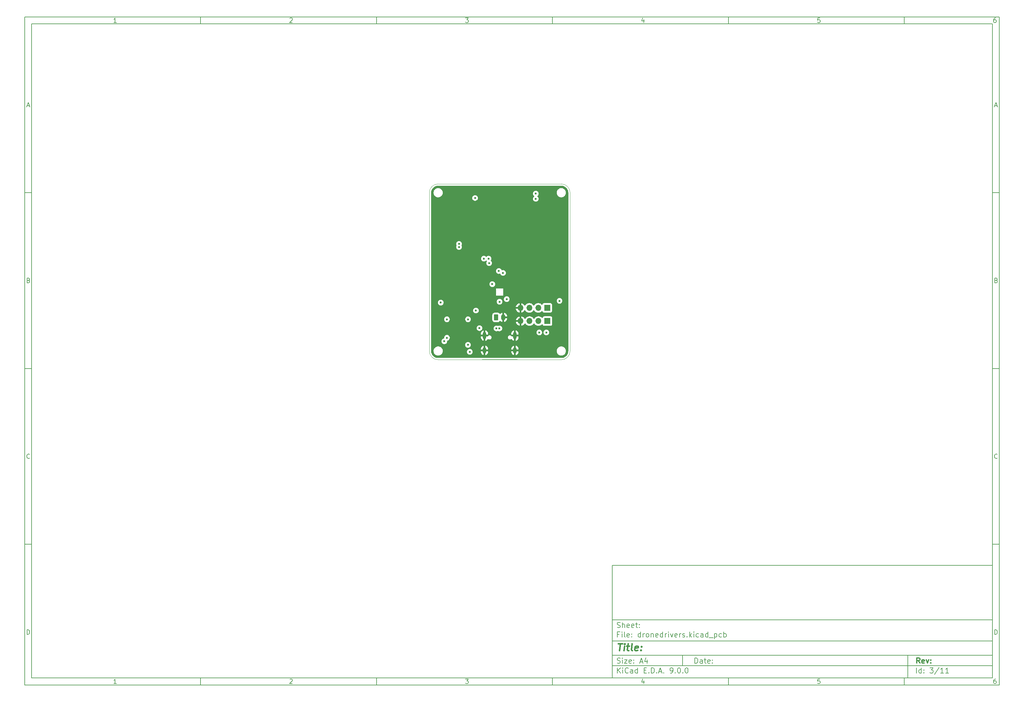
<source format=gbr>
%TF.GenerationSoftware,KiCad,Pcbnew,9.0.0*%
%TF.CreationDate,2025-03-29T01:57:50-05:00*%
%TF.ProjectId,dronedrivers,64726f6e-6564-4726-9976-6572732e6b69,rev?*%
%TF.SameCoordinates,Original*%
%TF.FileFunction,Copper,L3,Inr*%
%TF.FilePolarity,Positive*%
%FSLAX46Y46*%
G04 Gerber Fmt 4.6, Leading zero omitted, Abs format (unit mm)*
G04 Created by KiCad (PCBNEW 9.0.0) date 2025-03-29 01:57:50*
%MOMM*%
%LPD*%
G01*
G04 APERTURE LIST*
G04 Aperture macros list*
%AMRoundRect*
0 Rectangle with rounded corners*
0 $1 Rounding radius*
0 $2 $3 $4 $5 $6 $7 $8 $9 X,Y pos of 4 corners*
0 Add a 4 corners polygon primitive as box body*
4,1,4,$2,$3,$4,$5,$6,$7,$8,$9,$2,$3,0*
0 Add four circle primitives for the rounded corners*
1,1,$1+$1,$2,$3*
1,1,$1+$1,$4,$5*
1,1,$1+$1,$6,$7*
1,1,$1+$1,$8,$9*
0 Add four rect primitives between the rounded corners*
20,1,$1+$1,$2,$3,$4,$5,0*
20,1,$1+$1,$4,$5,$6,$7,0*
20,1,$1+$1,$6,$7,$8,$9,0*
20,1,$1+$1,$8,$9,$2,$3,0*%
G04 Aperture macros list end*
%ADD10C,0.100000*%
%ADD11C,0.150000*%
%ADD12C,0.300000*%
%ADD13C,0.400000*%
%TA.AperFunction,HeatsinkPad*%
%ADD14C,0.600000*%
%TD*%
%TA.AperFunction,HeatsinkPad*%
%ADD15O,1.000000X1.800000*%
%TD*%
%TA.AperFunction,HeatsinkPad*%
%ADD16O,1.000000X2.100000*%
%TD*%
%TA.AperFunction,ComponentPad*%
%ADD17R,1.700000X1.700000*%
%TD*%
%TA.AperFunction,ComponentPad*%
%ADD18O,1.700000X1.700000*%
%TD*%
%TA.AperFunction,ComponentPad*%
%ADD19O,1.200000X1.750000*%
%TD*%
%TA.AperFunction,ComponentPad*%
%ADD20RoundRect,0.250000X-0.350000X-0.625000X0.350000X-0.625000X0.350000X0.625000X-0.350000X0.625000X0*%
%TD*%
%TA.AperFunction,ViaPad*%
%ADD21C,0.600000*%
%TD*%
%TA.AperFunction,Profile*%
%ADD22C,0.050000*%
%TD*%
G04 APERTURE END LIST*
D10*
D11*
X177002200Y-166007200D02*
X285002200Y-166007200D01*
X285002200Y-198007200D01*
X177002200Y-198007200D01*
X177002200Y-166007200D01*
D10*
D11*
X10000000Y-10000000D02*
X287002200Y-10000000D01*
X287002200Y-200007200D01*
X10000000Y-200007200D01*
X10000000Y-10000000D01*
D10*
D11*
X12000000Y-12000000D02*
X285002200Y-12000000D01*
X285002200Y-198007200D01*
X12000000Y-198007200D01*
X12000000Y-12000000D01*
D10*
D11*
X60000000Y-12000000D02*
X60000000Y-10000000D01*
D10*
D11*
X110000000Y-12000000D02*
X110000000Y-10000000D01*
D10*
D11*
X160000000Y-12000000D02*
X160000000Y-10000000D01*
D10*
D11*
X210000000Y-12000000D02*
X210000000Y-10000000D01*
D10*
D11*
X260000000Y-12000000D02*
X260000000Y-10000000D01*
D10*
D11*
X36089160Y-11593604D02*
X35346303Y-11593604D01*
X35717731Y-11593604D02*
X35717731Y-10293604D01*
X35717731Y-10293604D02*
X35593922Y-10479319D01*
X35593922Y-10479319D02*
X35470112Y-10603128D01*
X35470112Y-10603128D02*
X35346303Y-10665033D01*
D10*
D11*
X85346303Y-10417414D02*
X85408207Y-10355509D01*
X85408207Y-10355509D02*
X85532017Y-10293604D01*
X85532017Y-10293604D02*
X85841541Y-10293604D01*
X85841541Y-10293604D02*
X85965350Y-10355509D01*
X85965350Y-10355509D02*
X86027255Y-10417414D01*
X86027255Y-10417414D02*
X86089160Y-10541223D01*
X86089160Y-10541223D02*
X86089160Y-10665033D01*
X86089160Y-10665033D02*
X86027255Y-10850747D01*
X86027255Y-10850747D02*
X85284398Y-11593604D01*
X85284398Y-11593604D02*
X86089160Y-11593604D01*
D10*
D11*
X135284398Y-10293604D02*
X136089160Y-10293604D01*
X136089160Y-10293604D02*
X135655826Y-10788842D01*
X135655826Y-10788842D02*
X135841541Y-10788842D01*
X135841541Y-10788842D02*
X135965350Y-10850747D01*
X135965350Y-10850747D02*
X136027255Y-10912652D01*
X136027255Y-10912652D02*
X136089160Y-11036461D01*
X136089160Y-11036461D02*
X136089160Y-11345985D01*
X136089160Y-11345985D02*
X136027255Y-11469795D01*
X136027255Y-11469795D02*
X135965350Y-11531700D01*
X135965350Y-11531700D02*
X135841541Y-11593604D01*
X135841541Y-11593604D02*
X135470112Y-11593604D01*
X135470112Y-11593604D02*
X135346303Y-11531700D01*
X135346303Y-11531700D02*
X135284398Y-11469795D01*
D10*
D11*
X185965350Y-10726938D02*
X185965350Y-11593604D01*
X185655826Y-10231700D02*
X185346303Y-11160271D01*
X185346303Y-11160271D02*
X186151064Y-11160271D01*
D10*
D11*
X236027255Y-10293604D02*
X235408207Y-10293604D01*
X235408207Y-10293604D02*
X235346303Y-10912652D01*
X235346303Y-10912652D02*
X235408207Y-10850747D01*
X235408207Y-10850747D02*
X235532017Y-10788842D01*
X235532017Y-10788842D02*
X235841541Y-10788842D01*
X235841541Y-10788842D02*
X235965350Y-10850747D01*
X235965350Y-10850747D02*
X236027255Y-10912652D01*
X236027255Y-10912652D02*
X236089160Y-11036461D01*
X236089160Y-11036461D02*
X236089160Y-11345985D01*
X236089160Y-11345985D02*
X236027255Y-11469795D01*
X236027255Y-11469795D02*
X235965350Y-11531700D01*
X235965350Y-11531700D02*
X235841541Y-11593604D01*
X235841541Y-11593604D02*
X235532017Y-11593604D01*
X235532017Y-11593604D02*
X235408207Y-11531700D01*
X235408207Y-11531700D02*
X235346303Y-11469795D01*
D10*
D11*
X285965350Y-10293604D02*
X285717731Y-10293604D01*
X285717731Y-10293604D02*
X285593922Y-10355509D01*
X285593922Y-10355509D02*
X285532017Y-10417414D01*
X285532017Y-10417414D02*
X285408207Y-10603128D01*
X285408207Y-10603128D02*
X285346303Y-10850747D01*
X285346303Y-10850747D02*
X285346303Y-11345985D01*
X285346303Y-11345985D02*
X285408207Y-11469795D01*
X285408207Y-11469795D02*
X285470112Y-11531700D01*
X285470112Y-11531700D02*
X285593922Y-11593604D01*
X285593922Y-11593604D02*
X285841541Y-11593604D01*
X285841541Y-11593604D02*
X285965350Y-11531700D01*
X285965350Y-11531700D02*
X286027255Y-11469795D01*
X286027255Y-11469795D02*
X286089160Y-11345985D01*
X286089160Y-11345985D02*
X286089160Y-11036461D01*
X286089160Y-11036461D02*
X286027255Y-10912652D01*
X286027255Y-10912652D02*
X285965350Y-10850747D01*
X285965350Y-10850747D02*
X285841541Y-10788842D01*
X285841541Y-10788842D02*
X285593922Y-10788842D01*
X285593922Y-10788842D02*
X285470112Y-10850747D01*
X285470112Y-10850747D02*
X285408207Y-10912652D01*
X285408207Y-10912652D02*
X285346303Y-11036461D01*
D10*
D11*
X60000000Y-198007200D02*
X60000000Y-200007200D01*
D10*
D11*
X110000000Y-198007200D02*
X110000000Y-200007200D01*
D10*
D11*
X160000000Y-198007200D02*
X160000000Y-200007200D01*
D10*
D11*
X210000000Y-198007200D02*
X210000000Y-200007200D01*
D10*
D11*
X260000000Y-198007200D02*
X260000000Y-200007200D01*
D10*
D11*
X36089160Y-199600804D02*
X35346303Y-199600804D01*
X35717731Y-199600804D02*
X35717731Y-198300804D01*
X35717731Y-198300804D02*
X35593922Y-198486519D01*
X35593922Y-198486519D02*
X35470112Y-198610328D01*
X35470112Y-198610328D02*
X35346303Y-198672233D01*
D10*
D11*
X85346303Y-198424614D02*
X85408207Y-198362709D01*
X85408207Y-198362709D02*
X85532017Y-198300804D01*
X85532017Y-198300804D02*
X85841541Y-198300804D01*
X85841541Y-198300804D02*
X85965350Y-198362709D01*
X85965350Y-198362709D02*
X86027255Y-198424614D01*
X86027255Y-198424614D02*
X86089160Y-198548423D01*
X86089160Y-198548423D02*
X86089160Y-198672233D01*
X86089160Y-198672233D02*
X86027255Y-198857947D01*
X86027255Y-198857947D02*
X85284398Y-199600804D01*
X85284398Y-199600804D02*
X86089160Y-199600804D01*
D10*
D11*
X135284398Y-198300804D02*
X136089160Y-198300804D01*
X136089160Y-198300804D02*
X135655826Y-198796042D01*
X135655826Y-198796042D02*
X135841541Y-198796042D01*
X135841541Y-198796042D02*
X135965350Y-198857947D01*
X135965350Y-198857947D02*
X136027255Y-198919852D01*
X136027255Y-198919852D02*
X136089160Y-199043661D01*
X136089160Y-199043661D02*
X136089160Y-199353185D01*
X136089160Y-199353185D02*
X136027255Y-199476995D01*
X136027255Y-199476995D02*
X135965350Y-199538900D01*
X135965350Y-199538900D02*
X135841541Y-199600804D01*
X135841541Y-199600804D02*
X135470112Y-199600804D01*
X135470112Y-199600804D02*
X135346303Y-199538900D01*
X135346303Y-199538900D02*
X135284398Y-199476995D01*
D10*
D11*
X185965350Y-198734138D02*
X185965350Y-199600804D01*
X185655826Y-198238900D02*
X185346303Y-199167471D01*
X185346303Y-199167471D02*
X186151064Y-199167471D01*
D10*
D11*
X236027255Y-198300804D02*
X235408207Y-198300804D01*
X235408207Y-198300804D02*
X235346303Y-198919852D01*
X235346303Y-198919852D02*
X235408207Y-198857947D01*
X235408207Y-198857947D02*
X235532017Y-198796042D01*
X235532017Y-198796042D02*
X235841541Y-198796042D01*
X235841541Y-198796042D02*
X235965350Y-198857947D01*
X235965350Y-198857947D02*
X236027255Y-198919852D01*
X236027255Y-198919852D02*
X236089160Y-199043661D01*
X236089160Y-199043661D02*
X236089160Y-199353185D01*
X236089160Y-199353185D02*
X236027255Y-199476995D01*
X236027255Y-199476995D02*
X235965350Y-199538900D01*
X235965350Y-199538900D02*
X235841541Y-199600804D01*
X235841541Y-199600804D02*
X235532017Y-199600804D01*
X235532017Y-199600804D02*
X235408207Y-199538900D01*
X235408207Y-199538900D02*
X235346303Y-199476995D01*
D10*
D11*
X285965350Y-198300804D02*
X285717731Y-198300804D01*
X285717731Y-198300804D02*
X285593922Y-198362709D01*
X285593922Y-198362709D02*
X285532017Y-198424614D01*
X285532017Y-198424614D02*
X285408207Y-198610328D01*
X285408207Y-198610328D02*
X285346303Y-198857947D01*
X285346303Y-198857947D02*
X285346303Y-199353185D01*
X285346303Y-199353185D02*
X285408207Y-199476995D01*
X285408207Y-199476995D02*
X285470112Y-199538900D01*
X285470112Y-199538900D02*
X285593922Y-199600804D01*
X285593922Y-199600804D02*
X285841541Y-199600804D01*
X285841541Y-199600804D02*
X285965350Y-199538900D01*
X285965350Y-199538900D02*
X286027255Y-199476995D01*
X286027255Y-199476995D02*
X286089160Y-199353185D01*
X286089160Y-199353185D02*
X286089160Y-199043661D01*
X286089160Y-199043661D02*
X286027255Y-198919852D01*
X286027255Y-198919852D02*
X285965350Y-198857947D01*
X285965350Y-198857947D02*
X285841541Y-198796042D01*
X285841541Y-198796042D02*
X285593922Y-198796042D01*
X285593922Y-198796042D02*
X285470112Y-198857947D01*
X285470112Y-198857947D02*
X285408207Y-198919852D01*
X285408207Y-198919852D02*
X285346303Y-199043661D01*
D10*
D11*
X10000000Y-60000000D02*
X12000000Y-60000000D01*
D10*
D11*
X10000000Y-110000000D02*
X12000000Y-110000000D01*
D10*
D11*
X10000000Y-160000000D02*
X12000000Y-160000000D01*
D10*
D11*
X10690476Y-35222176D02*
X11309523Y-35222176D01*
X10566666Y-35593604D02*
X10999999Y-34293604D01*
X10999999Y-34293604D02*
X11433333Y-35593604D01*
D10*
D11*
X11092857Y-84912652D02*
X11278571Y-84974557D01*
X11278571Y-84974557D02*
X11340476Y-85036461D01*
X11340476Y-85036461D02*
X11402380Y-85160271D01*
X11402380Y-85160271D02*
X11402380Y-85345985D01*
X11402380Y-85345985D02*
X11340476Y-85469795D01*
X11340476Y-85469795D02*
X11278571Y-85531700D01*
X11278571Y-85531700D02*
X11154761Y-85593604D01*
X11154761Y-85593604D02*
X10659523Y-85593604D01*
X10659523Y-85593604D02*
X10659523Y-84293604D01*
X10659523Y-84293604D02*
X11092857Y-84293604D01*
X11092857Y-84293604D02*
X11216666Y-84355509D01*
X11216666Y-84355509D02*
X11278571Y-84417414D01*
X11278571Y-84417414D02*
X11340476Y-84541223D01*
X11340476Y-84541223D02*
X11340476Y-84665033D01*
X11340476Y-84665033D02*
X11278571Y-84788842D01*
X11278571Y-84788842D02*
X11216666Y-84850747D01*
X11216666Y-84850747D02*
X11092857Y-84912652D01*
X11092857Y-84912652D02*
X10659523Y-84912652D01*
D10*
D11*
X11402380Y-135469795D02*
X11340476Y-135531700D01*
X11340476Y-135531700D02*
X11154761Y-135593604D01*
X11154761Y-135593604D02*
X11030952Y-135593604D01*
X11030952Y-135593604D02*
X10845238Y-135531700D01*
X10845238Y-135531700D02*
X10721428Y-135407890D01*
X10721428Y-135407890D02*
X10659523Y-135284080D01*
X10659523Y-135284080D02*
X10597619Y-135036461D01*
X10597619Y-135036461D02*
X10597619Y-134850747D01*
X10597619Y-134850747D02*
X10659523Y-134603128D01*
X10659523Y-134603128D02*
X10721428Y-134479319D01*
X10721428Y-134479319D02*
X10845238Y-134355509D01*
X10845238Y-134355509D02*
X11030952Y-134293604D01*
X11030952Y-134293604D02*
X11154761Y-134293604D01*
X11154761Y-134293604D02*
X11340476Y-134355509D01*
X11340476Y-134355509D02*
X11402380Y-134417414D01*
D10*
D11*
X10659523Y-185593604D02*
X10659523Y-184293604D01*
X10659523Y-184293604D02*
X10969047Y-184293604D01*
X10969047Y-184293604D02*
X11154761Y-184355509D01*
X11154761Y-184355509D02*
X11278571Y-184479319D01*
X11278571Y-184479319D02*
X11340476Y-184603128D01*
X11340476Y-184603128D02*
X11402380Y-184850747D01*
X11402380Y-184850747D02*
X11402380Y-185036461D01*
X11402380Y-185036461D02*
X11340476Y-185284080D01*
X11340476Y-185284080D02*
X11278571Y-185407890D01*
X11278571Y-185407890D02*
X11154761Y-185531700D01*
X11154761Y-185531700D02*
X10969047Y-185593604D01*
X10969047Y-185593604D02*
X10659523Y-185593604D01*
D10*
D11*
X287002200Y-60000000D02*
X285002200Y-60000000D01*
D10*
D11*
X287002200Y-110000000D02*
X285002200Y-110000000D01*
D10*
D11*
X287002200Y-160000000D02*
X285002200Y-160000000D01*
D10*
D11*
X285692676Y-35222176D02*
X286311723Y-35222176D01*
X285568866Y-35593604D02*
X286002199Y-34293604D01*
X286002199Y-34293604D02*
X286435533Y-35593604D01*
D10*
D11*
X286095057Y-84912652D02*
X286280771Y-84974557D01*
X286280771Y-84974557D02*
X286342676Y-85036461D01*
X286342676Y-85036461D02*
X286404580Y-85160271D01*
X286404580Y-85160271D02*
X286404580Y-85345985D01*
X286404580Y-85345985D02*
X286342676Y-85469795D01*
X286342676Y-85469795D02*
X286280771Y-85531700D01*
X286280771Y-85531700D02*
X286156961Y-85593604D01*
X286156961Y-85593604D02*
X285661723Y-85593604D01*
X285661723Y-85593604D02*
X285661723Y-84293604D01*
X285661723Y-84293604D02*
X286095057Y-84293604D01*
X286095057Y-84293604D02*
X286218866Y-84355509D01*
X286218866Y-84355509D02*
X286280771Y-84417414D01*
X286280771Y-84417414D02*
X286342676Y-84541223D01*
X286342676Y-84541223D02*
X286342676Y-84665033D01*
X286342676Y-84665033D02*
X286280771Y-84788842D01*
X286280771Y-84788842D02*
X286218866Y-84850747D01*
X286218866Y-84850747D02*
X286095057Y-84912652D01*
X286095057Y-84912652D02*
X285661723Y-84912652D01*
D10*
D11*
X286404580Y-135469795D02*
X286342676Y-135531700D01*
X286342676Y-135531700D02*
X286156961Y-135593604D01*
X286156961Y-135593604D02*
X286033152Y-135593604D01*
X286033152Y-135593604D02*
X285847438Y-135531700D01*
X285847438Y-135531700D02*
X285723628Y-135407890D01*
X285723628Y-135407890D02*
X285661723Y-135284080D01*
X285661723Y-135284080D02*
X285599819Y-135036461D01*
X285599819Y-135036461D02*
X285599819Y-134850747D01*
X285599819Y-134850747D02*
X285661723Y-134603128D01*
X285661723Y-134603128D02*
X285723628Y-134479319D01*
X285723628Y-134479319D02*
X285847438Y-134355509D01*
X285847438Y-134355509D02*
X286033152Y-134293604D01*
X286033152Y-134293604D02*
X286156961Y-134293604D01*
X286156961Y-134293604D02*
X286342676Y-134355509D01*
X286342676Y-134355509D02*
X286404580Y-134417414D01*
D10*
D11*
X285661723Y-185593604D02*
X285661723Y-184293604D01*
X285661723Y-184293604D02*
X285971247Y-184293604D01*
X285971247Y-184293604D02*
X286156961Y-184355509D01*
X286156961Y-184355509D02*
X286280771Y-184479319D01*
X286280771Y-184479319D02*
X286342676Y-184603128D01*
X286342676Y-184603128D02*
X286404580Y-184850747D01*
X286404580Y-184850747D02*
X286404580Y-185036461D01*
X286404580Y-185036461D02*
X286342676Y-185284080D01*
X286342676Y-185284080D02*
X286280771Y-185407890D01*
X286280771Y-185407890D02*
X286156961Y-185531700D01*
X286156961Y-185531700D02*
X285971247Y-185593604D01*
X285971247Y-185593604D02*
X285661723Y-185593604D01*
D10*
D11*
X200458026Y-193793328D02*
X200458026Y-192293328D01*
X200458026Y-192293328D02*
X200815169Y-192293328D01*
X200815169Y-192293328D02*
X201029455Y-192364757D01*
X201029455Y-192364757D02*
X201172312Y-192507614D01*
X201172312Y-192507614D02*
X201243741Y-192650471D01*
X201243741Y-192650471D02*
X201315169Y-192936185D01*
X201315169Y-192936185D02*
X201315169Y-193150471D01*
X201315169Y-193150471D02*
X201243741Y-193436185D01*
X201243741Y-193436185D02*
X201172312Y-193579042D01*
X201172312Y-193579042D02*
X201029455Y-193721900D01*
X201029455Y-193721900D02*
X200815169Y-193793328D01*
X200815169Y-193793328D02*
X200458026Y-193793328D01*
X202600884Y-193793328D02*
X202600884Y-193007614D01*
X202600884Y-193007614D02*
X202529455Y-192864757D01*
X202529455Y-192864757D02*
X202386598Y-192793328D01*
X202386598Y-192793328D02*
X202100884Y-192793328D01*
X202100884Y-192793328D02*
X201958026Y-192864757D01*
X202600884Y-193721900D02*
X202458026Y-193793328D01*
X202458026Y-193793328D02*
X202100884Y-193793328D01*
X202100884Y-193793328D02*
X201958026Y-193721900D01*
X201958026Y-193721900D02*
X201886598Y-193579042D01*
X201886598Y-193579042D02*
X201886598Y-193436185D01*
X201886598Y-193436185D02*
X201958026Y-193293328D01*
X201958026Y-193293328D02*
X202100884Y-193221900D01*
X202100884Y-193221900D02*
X202458026Y-193221900D01*
X202458026Y-193221900D02*
X202600884Y-193150471D01*
X203100884Y-192793328D02*
X203672312Y-192793328D01*
X203315169Y-192293328D02*
X203315169Y-193579042D01*
X203315169Y-193579042D02*
X203386598Y-193721900D01*
X203386598Y-193721900D02*
X203529455Y-193793328D01*
X203529455Y-193793328D02*
X203672312Y-193793328D01*
X204743741Y-193721900D02*
X204600884Y-193793328D01*
X204600884Y-193793328D02*
X204315170Y-193793328D01*
X204315170Y-193793328D02*
X204172312Y-193721900D01*
X204172312Y-193721900D02*
X204100884Y-193579042D01*
X204100884Y-193579042D02*
X204100884Y-193007614D01*
X204100884Y-193007614D02*
X204172312Y-192864757D01*
X204172312Y-192864757D02*
X204315170Y-192793328D01*
X204315170Y-192793328D02*
X204600884Y-192793328D01*
X204600884Y-192793328D02*
X204743741Y-192864757D01*
X204743741Y-192864757D02*
X204815170Y-193007614D01*
X204815170Y-193007614D02*
X204815170Y-193150471D01*
X204815170Y-193150471D02*
X204100884Y-193293328D01*
X205458026Y-193650471D02*
X205529455Y-193721900D01*
X205529455Y-193721900D02*
X205458026Y-193793328D01*
X205458026Y-193793328D02*
X205386598Y-193721900D01*
X205386598Y-193721900D02*
X205458026Y-193650471D01*
X205458026Y-193650471D02*
X205458026Y-193793328D01*
X205458026Y-192864757D02*
X205529455Y-192936185D01*
X205529455Y-192936185D02*
X205458026Y-193007614D01*
X205458026Y-193007614D02*
X205386598Y-192936185D01*
X205386598Y-192936185D02*
X205458026Y-192864757D01*
X205458026Y-192864757D02*
X205458026Y-193007614D01*
D10*
D11*
X177002200Y-194507200D02*
X285002200Y-194507200D01*
D10*
D11*
X178458026Y-196593328D02*
X178458026Y-195093328D01*
X179315169Y-196593328D02*
X178672312Y-195736185D01*
X179315169Y-195093328D02*
X178458026Y-195950471D01*
X179958026Y-196593328D02*
X179958026Y-195593328D01*
X179958026Y-195093328D02*
X179886598Y-195164757D01*
X179886598Y-195164757D02*
X179958026Y-195236185D01*
X179958026Y-195236185D02*
X180029455Y-195164757D01*
X180029455Y-195164757D02*
X179958026Y-195093328D01*
X179958026Y-195093328D02*
X179958026Y-195236185D01*
X181529455Y-196450471D02*
X181458027Y-196521900D01*
X181458027Y-196521900D02*
X181243741Y-196593328D01*
X181243741Y-196593328D02*
X181100884Y-196593328D01*
X181100884Y-196593328D02*
X180886598Y-196521900D01*
X180886598Y-196521900D02*
X180743741Y-196379042D01*
X180743741Y-196379042D02*
X180672312Y-196236185D01*
X180672312Y-196236185D02*
X180600884Y-195950471D01*
X180600884Y-195950471D02*
X180600884Y-195736185D01*
X180600884Y-195736185D02*
X180672312Y-195450471D01*
X180672312Y-195450471D02*
X180743741Y-195307614D01*
X180743741Y-195307614D02*
X180886598Y-195164757D01*
X180886598Y-195164757D02*
X181100884Y-195093328D01*
X181100884Y-195093328D02*
X181243741Y-195093328D01*
X181243741Y-195093328D02*
X181458027Y-195164757D01*
X181458027Y-195164757D02*
X181529455Y-195236185D01*
X182815170Y-196593328D02*
X182815170Y-195807614D01*
X182815170Y-195807614D02*
X182743741Y-195664757D01*
X182743741Y-195664757D02*
X182600884Y-195593328D01*
X182600884Y-195593328D02*
X182315170Y-195593328D01*
X182315170Y-195593328D02*
X182172312Y-195664757D01*
X182815170Y-196521900D02*
X182672312Y-196593328D01*
X182672312Y-196593328D02*
X182315170Y-196593328D01*
X182315170Y-196593328D02*
X182172312Y-196521900D01*
X182172312Y-196521900D02*
X182100884Y-196379042D01*
X182100884Y-196379042D02*
X182100884Y-196236185D01*
X182100884Y-196236185D02*
X182172312Y-196093328D01*
X182172312Y-196093328D02*
X182315170Y-196021900D01*
X182315170Y-196021900D02*
X182672312Y-196021900D01*
X182672312Y-196021900D02*
X182815170Y-195950471D01*
X184172313Y-196593328D02*
X184172313Y-195093328D01*
X184172313Y-196521900D02*
X184029455Y-196593328D01*
X184029455Y-196593328D02*
X183743741Y-196593328D01*
X183743741Y-196593328D02*
X183600884Y-196521900D01*
X183600884Y-196521900D02*
X183529455Y-196450471D01*
X183529455Y-196450471D02*
X183458027Y-196307614D01*
X183458027Y-196307614D02*
X183458027Y-195879042D01*
X183458027Y-195879042D02*
X183529455Y-195736185D01*
X183529455Y-195736185D02*
X183600884Y-195664757D01*
X183600884Y-195664757D02*
X183743741Y-195593328D01*
X183743741Y-195593328D02*
X184029455Y-195593328D01*
X184029455Y-195593328D02*
X184172313Y-195664757D01*
X186029455Y-195807614D02*
X186529455Y-195807614D01*
X186743741Y-196593328D02*
X186029455Y-196593328D01*
X186029455Y-196593328D02*
X186029455Y-195093328D01*
X186029455Y-195093328D02*
X186743741Y-195093328D01*
X187386598Y-196450471D02*
X187458027Y-196521900D01*
X187458027Y-196521900D02*
X187386598Y-196593328D01*
X187386598Y-196593328D02*
X187315170Y-196521900D01*
X187315170Y-196521900D02*
X187386598Y-196450471D01*
X187386598Y-196450471D02*
X187386598Y-196593328D01*
X188100884Y-196593328D02*
X188100884Y-195093328D01*
X188100884Y-195093328D02*
X188458027Y-195093328D01*
X188458027Y-195093328D02*
X188672313Y-195164757D01*
X188672313Y-195164757D02*
X188815170Y-195307614D01*
X188815170Y-195307614D02*
X188886599Y-195450471D01*
X188886599Y-195450471D02*
X188958027Y-195736185D01*
X188958027Y-195736185D02*
X188958027Y-195950471D01*
X188958027Y-195950471D02*
X188886599Y-196236185D01*
X188886599Y-196236185D02*
X188815170Y-196379042D01*
X188815170Y-196379042D02*
X188672313Y-196521900D01*
X188672313Y-196521900D02*
X188458027Y-196593328D01*
X188458027Y-196593328D02*
X188100884Y-196593328D01*
X189600884Y-196450471D02*
X189672313Y-196521900D01*
X189672313Y-196521900D02*
X189600884Y-196593328D01*
X189600884Y-196593328D02*
X189529456Y-196521900D01*
X189529456Y-196521900D02*
X189600884Y-196450471D01*
X189600884Y-196450471D02*
X189600884Y-196593328D01*
X190243742Y-196164757D02*
X190958028Y-196164757D01*
X190100885Y-196593328D02*
X190600885Y-195093328D01*
X190600885Y-195093328D02*
X191100885Y-196593328D01*
X191600884Y-196450471D02*
X191672313Y-196521900D01*
X191672313Y-196521900D02*
X191600884Y-196593328D01*
X191600884Y-196593328D02*
X191529456Y-196521900D01*
X191529456Y-196521900D02*
X191600884Y-196450471D01*
X191600884Y-196450471D02*
X191600884Y-196593328D01*
X193529456Y-196593328D02*
X193815170Y-196593328D01*
X193815170Y-196593328D02*
X193958027Y-196521900D01*
X193958027Y-196521900D02*
X194029456Y-196450471D01*
X194029456Y-196450471D02*
X194172313Y-196236185D01*
X194172313Y-196236185D02*
X194243742Y-195950471D01*
X194243742Y-195950471D02*
X194243742Y-195379042D01*
X194243742Y-195379042D02*
X194172313Y-195236185D01*
X194172313Y-195236185D02*
X194100885Y-195164757D01*
X194100885Y-195164757D02*
X193958027Y-195093328D01*
X193958027Y-195093328D02*
X193672313Y-195093328D01*
X193672313Y-195093328D02*
X193529456Y-195164757D01*
X193529456Y-195164757D02*
X193458027Y-195236185D01*
X193458027Y-195236185D02*
X193386599Y-195379042D01*
X193386599Y-195379042D02*
X193386599Y-195736185D01*
X193386599Y-195736185D02*
X193458027Y-195879042D01*
X193458027Y-195879042D02*
X193529456Y-195950471D01*
X193529456Y-195950471D02*
X193672313Y-196021900D01*
X193672313Y-196021900D02*
X193958027Y-196021900D01*
X193958027Y-196021900D02*
X194100885Y-195950471D01*
X194100885Y-195950471D02*
X194172313Y-195879042D01*
X194172313Y-195879042D02*
X194243742Y-195736185D01*
X194886598Y-196450471D02*
X194958027Y-196521900D01*
X194958027Y-196521900D02*
X194886598Y-196593328D01*
X194886598Y-196593328D02*
X194815170Y-196521900D01*
X194815170Y-196521900D02*
X194886598Y-196450471D01*
X194886598Y-196450471D02*
X194886598Y-196593328D01*
X195886599Y-195093328D02*
X196029456Y-195093328D01*
X196029456Y-195093328D02*
X196172313Y-195164757D01*
X196172313Y-195164757D02*
X196243742Y-195236185D01*
X196243742Y-195236185D02*
X196315170Y-195379042D01*
X196315170Y-195379042D02*
X196386599Y-195664757D01*
X196386599Y-195664757D02*
X196386599Y-196021900D01*
X196386599Y-196021900D02*
X196315170Y-196307614D01*
X196315170Y-196307614D02*
X196243742Y-196450471D01*
X196243742Y-196450471D02*
X196172313Y-196521900D01*
X196172313Y-196521900D02*
X196029456Y-196593328D01*
X196029456Y-196593328D02*
X195886599Y-196593328D01*
X195886599Y-196593328D02*
X195743742Y-196521900D01*
X195743742Y-196521900D02*
X195672313Y-196450471D01*
X195672313Y-196450471D02*
X195600884Y-196307614D01*
X195600884Y-196307614D02*
X195529456Y-196021900D01*
X195529456Y-196021900D02*
X195529456Y-195664757D01*
X195529456Y-195664757D02*
X195600884Y-195379042D01*
X195600884Y-195379042D02*
X195672313Y-195236185D01*
X195672313Y-195236185D02*
X195743742Y-195164757D01*
X195743742Y-195164757D02*
X195886599Y-195093328D01*
X197029455Y-196450471D02*
X197100884Y-196521900D01*
X197100884Y-196521900D02*
X197029455Y-196593328D01*
X197029455Y-196593328D02*
X196958027Y-196521900D01*
X196958027Y-196521900D02*
X197029455Y-196450471D01*
X197029455Y-196450471D02*
X197029455Y-196593328D01*
X198029456Y-195093328D02*
X198172313Y-195093328D01*
X198172313Y-195093328D02*
X198315170Y-195164757D01*
X198315170Y-195164757D02*
X198386599Y-195236185D01*
X198386599Y-195236185D02*
X198458027Y-195379042D01*
X198458027Y-195379042D02*
X198529456Y-195664757D01*
X198529456Y-195664757D02*
X198529456Y-196021900D01*
X198529456Y-196021900D02*
X198458027Y-196307614D01*
X198458027Y-196307614D02*
X198386599Y-196450471D01*
X198386599Y-196450471D02*
X198315170Y-196521900D01*
X198315170Y-196521900D02*
X198172313Y-196593328D01*
X198172313Y-196593328D02*
X198029456Y-196593328D01*
X198029456Y-196593328D02*
X197886599Y-196521900D01*
X197886599Y-196521900D02*
X197815170Y-196450471D01*
X197815170Y-196450471D02*
X197743741Y-196307614D01*
X197743741Y-196307614D02*
X197672313Y-196021900D01*
X197672313Y-196021900D02*
X197672313Y-195664757D01*
X197672313Y-195664757D02*
X197743741Y-195379042D01*
X197743741Y-195379042D02*
X197815170Y-195236185D01*
X197815170Y-195236185D02*
X197886599Y-195164757D01*
X197886599Y-195164757D02*
X198029456Y-195093328D01*
D10*
D11*
X177002200Y-191507200D02*
X285002200Y-191507200D01*
D10*
D12*
X264413853Y-193785528D02*
X263913853Y-193071242D01*
X263556710Y-193785528D02*
X263556710Y-192285528D01*
X263556710Y-192285528D02*
X264128139Y-192285528D01*
X264128139Y-192285528D02*
X264270996Y-192356957D01*
X264270996Y-192356957D02*
X264342425Y-192428385D01*
X264342425Y-192428385D02*
X264413853Y-192571242D01*
X264413853Y-192571242D02*
X264413853Y-192785528D01*
X264413853Y-192785528D02*
X264342425Y-192928385D01*
X264342425Y-192928385D02*
X264270996Y-192999814D01*
X264270996Y-192999814D02*
X264128139Y-193071242D01*
X264128139Y-193071242D02*
X263556710Y-193071242D01*
X265628139Y-193714100D02*
X265485282Y-193785528D01*
X265485282Y-193785528D02*
X265199568Y-193785528D01*
X265199568Y-193785528D02*
X265056710Y-193714100D01*
X265056710Y-193714100D02*
X264985282Y-193571242D01*
X264985282Y-193571242D02*
X264985282Y-192999814D01*
X264985282Y-192999814D02*
X265056710Y-192856957D01*
X265056710Y-192856957D02*
X265199568Y-192785528D01*
X265199568Y-192785528D02*
X265485282Y-192785528D01*
X265485282Y-192785528D02*
X265628139Y-192856957D01*
X265628139Y-192856957D02*
X265699568Y-192999814D01*
X265699568Y-192999814D02*
X265699568Y-193142671D01*
X265699568Y-193142671D02*
X264985282Y-193285528D01*
X266199567Y-192785528D02*
X266556710Y-193785528D01*
X266556710Y-193785528D02*
X266913853Y-192785528D01*
X267485281Y-193642671D02*
X267556710Y-193714100D01*
X267556710Y-193714100D02*
X267485281Y-193785528D01*
X267485281Y-193785528D02*
X267413853Y-193714100D01*
X267413853Y-193714100D02*
X267485281Y-193642671D01*
X267485281Y-193642671D02*
X267485281Y-193785528D01*
X267485281Y-192856957D02*
X267556710Y-192928385D01*
X267556710Y-192928385D02*
X267485281Y-192999814D01*
X267485281Y-192999814D02*
X267413853Y-192928385D01*
X267413853Y-192928385D02*
X267485281Y-192856957D01*
X267485281Y-192856957D02*
X267485281Y-192999814D01*
D10*
D11*
X178386598Y-193721900D02*
X178600884Y-193793328D01*
X178600884Y-193793328D02*
X178958026Y-193793328D01*
X178958026Y-193793328D02*
X179100884Y-193721900D01*
X179100884Y-193721900D02*
X179172312Y-193650471D01*
X179172312Y-193650471D02*
X179243741Y-193507614D01*
X179243741Y-193507614D02*
X179243741Y-193364757D01*
X179243741Y-193364757D02*
X179172312Y-193221900D01*
X179172312Y-193221900D02*
X179100884Y-193150471D01*
X179100884Y-193150471D02*
X178958026Y-193079042D01*
X178958026Y-193079042D02*
X178672312Y-193007614D01*
X178672312Y-193007614D02*
X178529455Y-192936185D01*
X178529455Y-192936185D02*
X178458026Y-192864757D01*
X178458026Y-192864757D02*
X178386598Y-192721900D01*
X178386598Y-192721900D02*
X178386598Y-192579042D01*
X178386598Y-192579042D02*
X178458026Y-192436185D01*
X178458026Y-192436185D02*
X178529455Y-192364757D01*
X178529455Y-192364757D02*
X178672312Y-192293328D01*
X178672312Y-192293328D02*
X179029455Y-192293328D01*
X179029455Y-192293328D02*
X179243741Y-192364757D01*
X179886597Y-193793328D02*
X179886597Y-192793328D01*
X179886597Y-192293328D02*
X179815169Y-192364757D01*
X179815169Y-192364757D02*
X179886597Y-192436185D01*
X179886597Y-192436185D02*
X179958026Y-192364757D01*
X179958026Y-192364757D02*
X179886597Y-192293328D01*
X179886597Y-192293328D02*
X179886597Y-192436185D01*
X180458026Y-192793328D02*
X181243741Y-192793328D01*
X181243741Y-192793328D02*
X180458026Y-193793328D01*
X180458026Y-193793328D02*
X181243741Y-193793328D01*
X182386598Y-193721900D02*
X182243741Y-193793328D01*
X182243741Y-193793328D02*
X181958027Y-193793328D01*
X181958027Y-193793328D02*
X181815169Y-193721900D01*
X181815169Y-193721900D02*
X181743741Y-193579042D01*
X181743741Y-193579042D02*
X181743741Y-193007614D01*
X181743741Y-193007614D02*
X181815169Y-192864757D01*
X181815169Y-192864757D02*
X181958027Y-192793328D01*
X181958027Y-192793328D02*
X182243741Y-192793328D01*
X182243741Y-192793328D02*
X182386598Y-192864757D01*
X182386598Y-192864757D02*
X182458027Y-193007614D01*
X182458027Y-193007614D02*
X182458027Y-193150471D01*
X182458027Y-193150471D02*
X181743741Y-193293328D01*
X183100883Y-193650471D02*
X183172312Y-193721900D01*
X183172312Y-193721900D02*
X183100883Y-193793328D01*
X183100883Y-193793328D02*
X183029455Y-193721900D01*
X183029455Y-193721900D02*
X183100883Y-193650471D01*
X183100883Y-193650471D02*
X183100883Y-193793328D01*
X183100883Y-192864757D02*
X183172312Y-192936185D01*
X183172312Y-192936185D02*
X183100883Y-193007614D01*
X183100883Y-193007614D02*
X183029455Y-192936185D01*
X183029455Y-192936185D02*
X183100883Y-192864757D01*
X183100883Y-192864757D02*
X183100883Y-193007614D01*
X184886598Y-193364757D02*
X185600884Y-193364757D01*
X184743741Y-193793328D02*
X185243741Y-192293328D01*
X185243741Y-192293328D02*
X185743741Y-193793328D01*
X186886598Y-192793328D02*
X186886598Y-193793328D01*
X186529455Y-192221900D02*
X186172312Y-193293328D01*
X186172312Y-193293328D02*
X187100883Y-193293328D01*
D10*
D11*
X263458026Y-196593328D02*
X263458026Y-195093328D01*
X264815170Y-196593328D02*
X264815170Y-195093328D01*
X264815170Y-196521900D02*
X264672312Y-196593328D01*
X264672312Y-196593328D02*
X264386598Y-196593328D01*
X264386598Y-196593328D02*
X264243741Y-196521900D01*
X264243741Y-196521900D02*
X264172312Y-196450471D01*
X264172312Y-196450471D02*
X264100884Y-196307614D01*
X264100884Y-196307614D02*
X264100884Y-195879042D01*
X264100884Y-195879042D02*
X264172312Y-195736185D01*
X264172312Y-195736185D02*
X264243741Y-195664757D01*
X264243741Y-195664757D02*
X264386598Y-195593328D01*
X264386598Y-195593328D02*
X264672312Y-195593328D01*
X264672312Y-195593328D02*
X264815170Y-195664757D01*
X265529455Y-196450471D02*
X265600884Y-196521900D01*
X265600884Y-196521900D02*
X265529455Y-196593328D01*
X265529455Y-196593328D02*
X265458027Y-196521900D01*
X265458027Y-196521900D02*
X265529455Y-196450471D01*
X265529455Y-196450471D02*
X265529455Y-196593328D01*
X265529455Y-195664757D02*
X265600884Y-195736185D01*
X265600884Y-195736185D02*
X265529455Y-195807614D01*
X265529455Y-195807614D02*
X265458027Y-195736185D01*
X265458027Y-195736185D02*
X265529455Y-195664757D01*
X265529455Y-195664757D02*
X265529455Y-195807614D01*
X267243741Y-195093328D02*
X268172313Y-195093328D01*
X268172313Y-195093328D02*
X267672313Y-195664757D01*
X267672313Y-195664757D02*
X267886598Y-195664757D01*
X267886598Y-195664757D02*
X268029456Y-195736185D01*
X268029456Y-195736185D02*
X268100884Y-195807614D01*
X268100884Y-195807614D02*
X268172313Y-195950471D01*
X268172313Y-195950471D02*
X268172313Y-196307614D01*
X268172313Y-196307614D02*
X268100884Y-196450471D01*
X268100884Y-196450471D02*
X268029456Y-196521900D01*
X268029456Y-196521900D02*
X267886598Y-196593328D01*
X267886598Y-196593328D02*
X267458027Y-196593328D01*
X267458027Y-196593328D02*
X267315170Y-196521900D01*
X267315170Y-196521900D02*
X267243741Y-196450471D01*
X269886598Y-195021900D02*
X268600884Y-196950471D01*
X271172313Y-196593328D02*
X270315170Y-196593328D01*
X270743741Y-196593328D02*
X270743741Y-195093328D01*
X270743741Y-195093328D02*
X270600884Y-195307614D01*
X270600884Y-195307614D02*
X270458027Y-195450471D01*
X270458027Y-195450471D02*
X270315170Y-195521900D01*
X272600884Y-196593328D02*
X271743741Y-196593328D01*
X272172312Y-196593328D02*
X272172312Y-195093328D01*
X272172312Y-195093328D02*
X272029455Y-195307614D01*
X272029455Y-195307614D02*
X271886598Y-195450471D01*
X271886598Y-195450471D02*
X271743741Y-195521900D01*
D10*
D11*
X177002200Y-187507200D02*
X285002200Y-187507200D01*
D10*
D13*
X178693928Y-188211638D02*
X179836785Y-188211638D01*
X179015357Y-190211638D02*
X179265357Y-188211638D01*
X180253452Y-190211638D02*
X180420119Y-188878304D01*
X180503452Y-188211638D02*
X180396309Y-188306876D01*
X180396309Y-188306876D02*
X180479643Y-188402114D01*
X180479643Y-188402114D02*
X180586786Y-188306876D01*
X180586786Y-188306876D02*
X180503452Y-188211638D01*
X180503452Y-188211638D02*
X180479643Y-188402114D01*
X181086786Y-188878304D02*
X181848690Y-188878304D01*
X181455833Y-188211638D02*
X181241548Y-189925923D01*
X181241548Y-189925923D02*
X181312976Y-190116400D01*
X181312976Y-190116400D02*
X181491548Y-190211638D01*
X181491548Y-190211638D02*
X181682024Y-190211638D01*
X182634405Y-190211638D02*
X182455833Y-190116400D01*
X182455833Y-190116400D02*
X182384405Y-189925923D01*
X182384405Y-189925923D02*
X182598690Y-188211638D01*
X184170119Y-190116400D02*
X183967738Y-190211638D01*
X183967738Y-190211638D02*
X183586785Y-190211638D01*
X183586785Y-190211638D02*
X183408214Y-190116400D01*
X183408214Y-190116400D02*
X183336785Y-189925923D01*
X183336785Y-189925923D02*
X183432024Y-189164019D01*
X183432024Y-189164019D02*
X183551071Y-188973542D01*
X183551071Y-188973542D02*
X183753452Y-188878304D01*
X183753452Y-188878304D02*
X184134404Y-188878304D01*
X184134404Y-188878304D02*
X184312976Y-188973542D01*
X184312976Y-188973542D02*
X184384404Y-189164019D01*
X184384404Y-189164019D02*
X184360595Y-189354495D01*
X184360595Y-189354495D02*
X183384404Y-189544971D01*
X185134405Y-190021161D02*
X185217738Y-190116400D01*
X185217738Y-190116400D02*
X185110595Y-190211638D01*
X185110595Y-190211638D02*
X185027262Y-190116400D01*
X185027262Y-190116400D02*
X185134405Y-190021161D01*
X185134405Y-190021161D02*
X185110595Y-190211638D01*
X185265357Y-188973542D02*
X185348690Y-189068780D01*
X185348690Y-189068780D02*
X185241548Y-189164019D01*
X185241548Y-189164019D02*
X185158214Y-189068780D01*
X185158214Y-189068780D02*
X185265357Y-188973542D01*
X185265357Y-188973542D02*
X185241548Y-189164019D01*
D10*
D11*
X178958026Y-185607614D02*
X178458026Y-185607614D01*
X178458026Y-186393328D02*
X178458026Y-184893328D01*
X178458026Y-184893328D02*
X179172312Y-184893328D01*
X179743740Y-186393328D02*
X179743740Y-185393328D01*
X179743740Y-184893328D02*
X179672312Y-184964757D01*
X179672312Y-184964757D02*
X179743740Y-185036185D01*
X179743740Y-185036185D02*
X179815169Y-184964757D01*
X179815169Y-184964757D02*
X179743740Y-184893328D01*
X179743740Y-184893328D02*
X179743740Y-185036185D01*
X180672312Y-186393328D02*
X180529455Y-186321900D01*
X180529455Y-186321900D02*
X180458026Y-186179042D01*
X180458026Y-186179042D02*
X180458026Y-184893328D01*
X181815169Y-186321900D02*
X181672312Y-186393328D01*
X181672312Y-186393328D02*
X181386598Y-186393328D01*
X181386598Y-186393328D02*
X181243740Y-186321900D01*
X181243740Y-186321900D02*
X181172312Y-186179042D01*
X181172312Y-186179042D02*
X181172312Y-185607614D01*
X181172312Y-185607614D02*
X181243740Y-185464757D01*
X181243740Y-185464757D02*
X181386598Y-185393328D01*
X181386598Y-185393328D02*
X181672312Y-185393328D01*
X181672312Y-185393328D02*
X181815169Y-185464757D01*
X181815169Y-185464757D02*
X181886598Y-185607614D01*
X181886598Y-185607614D02*
X181886598Y-185750471D01*
X181886598Y-185750471D02*
X181172312Y-185893328D01*
X182529454Y-186250471D02*
X182600883Y-186321900D01*
X182600883Y-186321900D02*
X182529454Y-186393328D01*
X182529454Y-186393328D02*
X182458026Y-186321900D01*
X182458026Y-186321900D02*
X182529454Y-186250471D01*
X182529454Y-186250471D02*
X182529454Y-186393328D01*
X182529454Y-185464757D02*
X182600883Y-185536185D01*
X182600883Y-185536185D02*
X182529454Y-185607614D01*
X182529454Y-185607614D02*
X182458026Y-185536185D01*
X182458026Y-185536185D02*
X182529454Y-185464757D01*
X182529454Y-185464757D02*
X182529454Y-185607614D01*
X185029455Y-186393328D02*
X185029455Y-184893328D01*
X185029455Y-186321900D02*
X184886597Y-186393328D01*
X184886597Y-186393328D02*
X184600883Y-186393328D01*
X184600883Y-186393328D02*
X184458026Y-186321900D01*
X184458026Y-186321900D02*
X184386597Y-186250471D01*
X184386597Y-186250471D02*
X184315169Y-186107614D01*
X184315169Y-186107614D02*
X184315169Y-185679042D01*
X184315169Y-185679042D02*
X184386597Y-185536185D01*
X184386597Y-185536185D02*
X184458026Y-185464757D01*
X184458026Y-185464757D02*
X184600883Y-185393328D01*
X184600883Y-185393328D02*
X184886597Y-185393328D01*
X184886597Y-185393328D02*
X185029455Y-185464757D01*
X185743740Y-186393328D02*
X185743740Y-185393328D01*
X185743740Y-185679042D02*
X185815169Y-185536185D01*
X185815169Y-185536185D02*
X185886598Y-185464757D01*
X185886598Y-185464757D02*
X186029455Y-185393328D01*
X186029455Y-185393328D02*
X186172312Y-185393328D01*
X186886597Y-186393328D02*
X186743740Y-186321900D01*
X186743740Y-186321900D02*
X186672311Y-186250471D01*
X186672311Y-186250471D02*
X186600883Y-186107614D01*
X186600883Y-186107614D02*
X186600883Y-185679042D01*
X186600883Y-185679042D02*
X186672311Y-185536185D01*
X186672311Y-185536185D02*
X186743740Y-185464757D01*
X186743740Y-185464757D02*
X186886597Y-185393328D01*
X186886597Y-185393328D02*
X187100883Y-185393328D01*
X187100883Y-185393328D02*
X187243740Y-185464757D01*
X187243740Y-185464757D02*
X187315169Y-185536185D01*
X187315169Y-185536185D02*
X187386597Y-185679042D01*
X187386597Y-185679042D02*
X187386597Y-186107614D01*
X187386597Y-186107614D02*
X187315169Y-186250471D01*
X187315169Y-186250471D02*
X187243740Y-186321900D01*
X187243740Y-186321900D02*
X187100883Y-186393328D01*
X187100883Y-186393328D02*
X186886597Y-186393328D01*
X188029454Y-185393328D02*
X188029454Y-186393328D01*
X188029454Y-185536185D02*
X188100883Y-185464757D01*
X188100883Y-185464757D02*
X188243740Y-185393328D01*
X188243740Y-185393328D02*
X188458026Y-185393328D01*
X188458026Y-185393328D02*
X188600883Y-185464757D01*
X188600883Y-185464757D02*
X188672312Y-185607614D01*
X188672312Y-185607614D02*
X188672312Y-186393328D01*
X189958026Y-186321900D02*
X189815169Y-186393328D01*
X189815169Y-186393328D02*
X189529455Y-186393328D01*
X189529455Y-186393328D02*
X189386597Y-186321900D01*
X189386597Y-186321900D02*
X189315169Y-186179042D01*
X189315169Y-186179042D02*
X189315169Y-185607614D01*
X189315169Y-185607614D02*
X189386597Y-185464757D01*
X189386597Y-185464757D02*
X189529455Y-185393328D01*
X189529455Y-185393328D02*
X189815169Y-185393328D01*
X189815169Y-185393328D02*
X189958026Y-185464757D01*
X189958026Y-185464757D02*
X190029455Y-185607614D01*
X190029455Y-185607614D02*
X190029455Y-185750471D01*
X190029455Y-185750471D02*
X189315169Y-185893328D01*
X191315169Y-186393328D02*
X191315169Y-184893328D01*
X191315169Y-186321900D02*
X191172311Y-186393328D01*
X191172311Y-186393328D02*
X190886597Y-186393328D01*
X190886597Y-186393328D02*
X190743740Y-186321900D01*
X190743740Y-186321900D02*
X190672311Y-186250471D01*
X190672311Y-186250471D02*
X190600883Y-186107614D01*
X190600883Y-186107614D02*
X190600883Y-185679042D01*
X190600883Y-185679042D02*
X190672311Y-185536185D01*
X190672311Y-185536185D02*
X190743740Y-185464757D01*
X190743740Y-185464757D02*
X190886597Y-185393328D01*
X190886597Y-185393328D02*
X191172311Y-185393328D01*
X191172311Y-185393328D02*
X191315169Y-185464757D01*
X192029454Y-186393328D02*
X192029454Y-185393328D01*
X192029454Y-185679042D02*
X192100883Y-185536185D01*
X192100883Y-185536185D02*
X192172312Y-185464757D01*
X192172312Y-185464757D02*
X192315169Y-185393328D01*
X192315169Y-185393328D02*
X192458026Y-185393328D01*
X192958025Y-186393328D02*
X192958025Y-185393328D01*
X192958025Y-184893328D02*
X192886597Y-184964757D01*
X192886597Y-184964757D02*
X192958025Y-185036185D01*
X192958025Y-185036185D02*
X193029454Y-184964757D01*
X193029454Y-184964757D02*
X192958025Y-184893328D01*
X192958025Y-184893328D02*
X192958025Y-185036185D01*
X193529454Y-185393328D02*
X193886597Y-186393328D01*
X193886597Y-186393328D02*
X194243740Y-185393328D01*
X195386597Y-186321900D02*
X195243740Y-186393328D01*
X195243740Y-186393328D02*
X194958026Y-186393328D01*
X194958026Y-186393328D02*
X194815168Y-186321900D01*
X194815168Y-186321900D02*
X194743740Y-186179042D01*
X194743740Y-186179042D02*
X194743740Y-185607614D01*
X194743740Y-185607614D02*
X194815168Y-185464757D01*
X194815168Y-185464757D02*
X194958026Y-185393328D01*
X194958026Y-185393328D02*
X195243740Y-185393328D01*
X195243740Y-185393328D02*
X195386597Y-185464757D01*
X195386597Y-185464757D02*
X195458026Y-185607614D01*
X195458026Y-185607614D02*
X195458026Y-185750471D01*
X195458026Y-185750471D02*
X194743740Y-185893328D01*
X196100882Y-186393328D02*
X196100882Y-185393328D01*
X196100882Y-185679042D02*
X196172311Y-185536185D01*
X196172311Y-185536185D02*
X196243740Y-185464757D01*
X196243740Y-185464757D02*
X196386597Y-185393328D01*
X196386597Y-185393328D02*
X196529454Y-185393328D01*
X196958025Y-186321900D02*
X197100882Y-186393328D01*
X197100882Y-186393328D02*
X197386596Y-186393328D01*
X197386596Y-186393328D02*
X197529453Y-186321900D01*
X197529453Y-186321900D02*
X197600882Y-186179042D01*
X197600882Y-186179042D02*
X197600882Y-186107614D01*
X197600882Y-186107614D02*
X197529453Y-185964757D01*
X197529453Y-185964757D02*
X197386596Y-185893328D01*
X197386596Y-185893328D02*
X197172311Y-185893328D01*
X197172311Y-185893328D02*
X197029453Y-185821900D01*
X197029453Y-185821900D02*
X196958025Y-185679042D01*
X196958025Y-185679042D02*
X196958025Y-185607614D01*
X196958025Y-185607614D02*
X197029453Y-185464757D01*
X197029453Y-185464757D02*
X197172311Y-185393328D01*
X197172311Y-185393328D02*
X197386596Y-185393328D01*
X197386596Y-185393328D02*
X197529453Y-185464757D01*
X198243739Y-186250471D02*
X198315168Y-186321900D01*
X198315168Y-186321900D02*
X198243739Y-186393328D01*
X198243739Y-186393328D02*
X198172311Y-186321900D01*
X198172311Y-186321900D02*
X198243739Y-186250471D01*
X198243739Y-186250471D02*
X198243739Y-186393328D01*
X198958025Y-186393328D02*
X198958025Y-184893328D01*
X199100883Y-185821900D02*
X199529454Y-186393328D01*
X199529454Y-185393328D02*
X198958025Y-185964757D01*
X200172311Y-186393328D02*
X200172311Y-185393328D01*
X200172311Y-184893328D02*
X200100883Y-184964757D01*
X200100883Y-184964757D02*
X200172311Y-185036185D01*
X200172311Y-185036185D02*
X200243740Y-184964757D01*
X200243740Y-184964757D02*
X200172311Y-184893328D01*
X200172311Y-184893328D02*
X200172311Y-185036185D01*
X201529455Y-186321900D02*
X201386597Y-186393328D01*
X201386597Y-186393328D02*
X201100883Y-186393328D01*
X201100883Y-186393328D02*
X200958026Y-186321900D01*
X200958026Y-186321900D02*
X200886597Y-186250471D01*
X200886597Y-186250471D02*
X200815169Y-186107614D01*
X200815169Y-186107614D02*
X200815169Y-185679042D01*
X200815169Y-185679042D02*
X200886597Y-185536185D01*
X200886597Y-185536185D02*
X200958026Y-185464757D01*
X200958026Y-185464757D02*
X201100883Y-185393328D01*
X201100883Y-185393328D02*
X201386597Y-185393328D01*
X201386597Y-185393328D02*
X201529455Y-185464757D01*
X202815169Y-186393328D02*
X202815169Y-185607614D01*
X202815169Y-185607614D02*
X202743740Y-185464757D01*
X202743740Y-185464757D02*
X202600883Y-185393328D01*
X202600883Y-185393328D02*
X202315169Y-185393328D01*
X202315169Y-185393328D02*
X202172311Y-185464757D01*
X202815169Y-186321900D02*
X202672311Y-186393328D01*
X202672311Y-186393328D02*
X202315169Y-186393328D01*
X202315169Y-186393328D02*
X202172311Y-186321900D01*
X202172311Y-186321900D02*
X202100883Y-186179042D01*
X202100883Y-186179042D02*
X202100883Y-186036185D01*
X202100883Y-186036185D02*
X202172311Y-185893328D01*
X202172311Y-185893328D02*
X202315169Y-185821900D01*
X202315169Y-185821900D02*
X202672311Y-185821900D01*
X202672311Y-185821900D02*
X202815169Y-185750471D01*
X204172312Y-186393328D02*
X204172312Y-184893328D01*
X204172312Y-186321900D02*
X204029454Y-186393328D01*
X204029454Y-186393328D02*
X203743740Y-186393328D01*
X203743740Y-186393328D02*
X203600883Y-186321900D01*
X203600883Y-186321900D02*
X203529454Y-186250471D01*
X203529454Y-186250471D02*
X203458026Y-186107614D01*
X203458026Y-186107614D02*
X203458026Y-185679042D01*
X203458026Y-185679042D02*
X203529454Y-185536185D01*
X203529454Y-185536185D02*
X203600883Y-185464757D01*
X203600883Y-185464757D02*
X203743740Y-185393328D01*
X203743740Y-185393328D02*
X204029454Y-185393328D01*
X204029454Y-185393328D02*
X204172312Y-185464757D01*
X204529455Y-186536185D02*
X205672312Y-186536185D01*
X206029454Y-185393328D02*
X206029454Y-186893328D01*
X206029454Y-185464757D02*
X206172312Y-185393328D01*
X206172312Y-185393328D02*
X206458026Y-185393328D01*
X206458026Y-185393328D02*
X206600883Y-185464757D01*
X206600883Y-185464757D02*
X206672312Y-185536185D01*
X206672312Y-185536185D02*
X206743740Y-185679042D01*
X206743740Y-185679042D02*
X206743740Y-186107614D01*
X206743740Y-186107614D02*
X206672312Y-186250471D01*
X206672312Y-186250471D02*
X206600883Y-186321900D01*
X206600883Y-186321900D02*
X206458026Y-186393328D01*
X206458026Y-186393328D02*
X206172312Y-186393328D01*
X206172312Y-186393328D02*
X206029454Y-186321900D01*
X208029455Y-186321900D02*
X207886597Y-186393328D01*
X207886597Y-186393328D02*
X207600883Y-186393328D01*
X207600883Y-186393328D02*
X207458026Y-186321900D01*
X207458026Y-186321900D02*
X207386597Y-186250471D01*
X207386597Y-186250471D02*
X207315169Y-186107614D01*
X207315169Y-186107614D02*
X207315169Y-185679042D01*
X207315169Y-185679042D02*
X207386597Y-185536185D01*
X207386597Y-185536185D02*
X207458026Y-185464757D01*
X207458026Y-185464757D02*
X207600883Y-185393328D01*
X207600883Y-185393328D02*
X207886597Y-185393328D01*
X207886597Y-185393328D02*
X208029455Y-185464757D01*
X208672311Y-186393328D02*
X208672311Y-184893328D01*
X208672311Y-185464757D02*
X208815169Y-185393328D01*
X208815169Y-185393328D02*
X209100883Y-185393328D01*
X209100883Y-185393328D02*
X209243740Y-185464757D01*
X209243740Y-185464757D02*
X209315169Y-185536185D01*
X209315169Y-185536185D02*
X209386597Y-185679042D01*
X209386597Y-185679042D02*
X209386597Y-186107614D01*
X209386597Y-186107614D02*
X209315169Y-186250471D01*
X209315169Y-186250471D02*
X209243740Y-186321900D01*
X209243740Y-186321900D02*
X209100883Y-186393328D01*
X209100883Y-186393328D02*
X208815169Y-186393328D01*
X208815169Y-186393328D02*
X208672311Y-186321900D01*
D10*
D11*
X177002200Y-181507200D02*
X285002200Y-181507200D01*
D10*
D11*
X178386598Y-183621900D02*
X178600884Y-183693328D01*
X178600884Y-183693328D02*
X178958026Y-183693328D01*
X178958026Y-183693328D02*
X179100884Y-183621900D01*
X179100884Y-183621900D02*
X179172312Y-183550471D01*
X179172312Y-183550471D02*
X179243741Y-183407614D01*
X179243741Y-183407614D02*
X179243741Y-183264757D01*
X179243741Y-183264757D02*
X179172312Y-183121900D01*
X179172312Y-183121900D02*
X179100884Y-183050471D01*
X179100884Y-183050471D02*
X178958026Y-182979042D01*
X178958026Y-182979042D02*
X178672312Y-182907614D01*
X178672312Y-182907614D02*
X178529455Y-182836185D01*
X178529455Y-182836185D02*
X178458026Y-182764757D01*
X178458026Y-182764757D02*
X178386598Y-182621900D01*
X178386598Y-182621900D02*
X178386598Y-182479042D01*
X178386598Y-182479042D02*
X178458026Y-182336185D01*
X178458026Y-182336185D02*
X178529455Y-182264757D01*
X178529455Y-182264757D02*
X178672312Y-182193328D01*
X178672312Y-182193328D02*
X179029455Y-182193328D01*
X179029455Y-182193328D02*
X179243741Y-182264757D01*
X179886597Y-183693328D02*
X179886597Y-182193328D01*
X180529455Y-183693328D02*
X180529455Y-182907614D01*
X180529455Y-182907614D02*
X180458026Y-182764757D01*
X180458026Y-182764757D02*
X180315169Y-182693328D01*
X180315169Y-182693328D02*
X180100883Y-182693328D01*
X180100883Y-182693328D02*
X179958026Y-182764757D01*
X179958026Y-182764757D02*
X179886597Y-182836185D01*
X181815169Y-183621900D02*
X181672312Y-183693328D01*
X181672312Y-183693328D02*
X181386598Y-183693328D01*
X181386598Y-183693328D02*
X181243740Y-183621900D01*
X181243740Y-183621900D02*
X181172312Y-183479042D01*
X181172312Y-183479042D02*
X181172312Y-182907614D01*
X181172312Y-182907614D02*
X181243740Y-182764757D01*
X181243740Y-182764757D02*
X181386598Y-182693328D01*
X181386598Y-182693328D02*
X181672312Y-182693328D01*
X181672312Y-182693328D02*
X181815169Y-182764757D01*
X181815169Y-182764757D02*
X181886598Y-182907614D01*
X181886598Y-182907614D02*
X181886598Y-183050471D01*
X181886598Y-183050471D02*
X181172312Y-183193328D01*
X183100883Y-183621900D02*
X182958026Y-183693328D01*
X182958026Y-183693328D02*
X182672312Y-183693328D01*
X182672312Y-183693328D02*
X182529454Y-183621900D01*
X182529454Y-183621900D02*
X182458026Y-183479042D01*
X182458026Y-183479042D02*
X182458026Y-182907614D01*
X182458026Y-182907614D02*
X182529454Y-182764757D01*
X182529454Y-182764757D02*
X182672312Y-182693328D01*
X182672312Y-182693328D02*
X182958026Y-182693328D01*
X182958026Y-182693328D02*
X183100883Y-182764757D01*
X183100883Y-182764757D02*
X183172312Y-182907614D01*
X183172312Y-182907614D02*
X183172312Y-183050471D01*
X183172312Y-183050471D02*
X182458026Y-183193328D01*
X183600883Y-182693328D02*
X184172311Y-182693328D01*
X183815168Y-182193328D02*
X183815168Y-183479042D01*
X183815168Y-183479042D02*
X183886597Y-183621900D01*
X183886597Y-183621900D02*
X184029454Y-183693328D01*
X184029454Y-183693328D02*
X184172311Y-183693328D01*
X184672311Y-183550471D02*
X184743740Y-183621900D01*
X184743740Y-183621900D02*
X184672311Y-183693328D01*
X184672311Y-183693328D02*
X184600883Y-183621900D01*
X184600883Y-183621900D02*
X184672311Y-183550471D01*
X184672311Y-183550471D02*
X184672311Y-183693328D01*
X184672311Y-182764757D02*
X184743740Y-182836185D01*
X184743740Y-182836185D02*
X184672311Y-182907614D01*
X184672311Y-182907614D02*
X184600883Y-182836185D01*
X184600883Y-182836185D02*
X184672311Y-182764757D01*
X184672311Y-182764757D02*
X184672311Y-182907614D01*
D10*
D11*
X197002200Y-191507200D02*
X197002200Y-194507200D01*
D10*
D11*
X261002200Y-191507200D02*
X261002200Y-198007200D01*
D14*
%TO.N,GND*%
%TO.C,U1*%
X142100000Y-65950000D03*
X142100000Y-67350000D03*
X142800000Y-65250000D03*
X142800000Y-66650000D03*
X142800000Y-68050000D03*
X143500000Y-65950000D03*
X143500000Y-67350000D03*
X144200000Y-65250000D03*
X144200000Y-66650000D03*
X144200000Y-68050000D03*
X144900000Y-65950000D03*
X144900000Y-67350000D03*
%TD*%
D15*
%TO.N,GND*%
%TO.C,J9*%
X149320000Y-104825000D03*
D16*
X149320000Y-100645000D03*
D15*
X140680000Y-104825000D03*
D16*
X140680000Y-100645000D03*
%TD*%
D17*
%TO.N,+3.3V*%
%TO.C,J3*%
X158500000Y-92750000D03*
D18*
%TO.N,IO9*%
X155960000Y-92750000D03*
%TO.N,IO10*%
X153420000Y-92750000D03*
%TO.N,GND*%
X150880000Y-92750000D03*
%TD*%
D19*
%TO.N,GND*%
%TO.C,J2*%
X146000000Y-95450000D03*
D20*
%TO.N,+BATT*%
X144000000Y-95450000D03*
%TD*%
D17*
%TO.N,+3.3V*%
%TO.C,J8*%
X158550000Y-96500000D03*
D18*
%TO.N,IO11*%
X156010000Y-96500000D03*
%TO.N,IO12*%
X153470000Y-96500000D03*
%TO.N,GND*%
X150930000Y-96500000D03*
%TD*%
D21*
%TO.N,Net-(U3-A2)*%
X145950735Y-82799265D03*
X142900000Y-86000000D03*
%TO.N,+3.3V*%
X129250000Y-102250000D03*
X136500000Y-105250000D03*
%TO.N,VIN*%
X130000000Y-96000000D03*
X136000000Y-96000000D03*
%TO.N,Net-(D2-A)*%
X139250000Y-98500000D03*
X130000000Y-101250000D03*
%TO.N,+BATT*%
X162000000Y-90750000D03*
X128250000Y-91250000D03*
X138250000Y-93500000D03*
%TO.N,+3.3V*%
X142000000Y-80000000D03*
X147000000Y-90250000D03*
X158250000Y-99750000D03*
X156250000Y-99750000D03*
%TO.N,GND*%
X128750000Y-64500000D03*
X130750000Y-82000000D03*
X158500000Y-71750000D03*
X142000000Y-81250000D03*
X152000000Y-82250000D03*
X156560000Y-81750000D03*
X139750000Y-101900000D03*
%TO.N,EN*%
X138000000Y-61500000D03*
X135975000Y-103275000D03*
%TO.N,IO9*%
X155250000Y-60250000D03*
%TO.N,IO10*%
X155250000Y-61750000D03*
%TO.N,IO11*%
X141825000Y-78750000D03*
%TO.N,IO12*%
X140500000Y-78750000D03*
%TO.N,D-*%
X133434720Y-74575000D03*
%TO.N,D+*%
X133434720Y-75425000D03*
%TO.N,D-*%
X144075000Y-98589652D03*
%TO.N,D+*%
X144925000Y-98589652D03*
%TO.N,Net-(U3-A1)*%
X144750000Y-82250000D03*
X144950000Y-91004291D03*
%TO.N,GND*%
X130000000Y-97250000D03*
%TD*%
%TA.AperFunction,Conductor*%
%TO.N,GND*%
G36*
X162504043Y-58000765D02*
G01*
X162752895Y-58017075D01*
X162768953Y-58019190D01*
X162976105Y-58060395D01*
X163009535Y-58067045D01*
X163025202Y-58071243D01*
X163194947Y-58128863D01*
X163257481Y-58150091D01*
X163272458Y-58156294D01*
X163481799Y-58259529D01*
X163492460Y-58264787D01*
X163506508Y-58272897D01*
X163710464Y-58409177D01*
X163723328Y-58419048D01*
X163907749Y-58580781D01*
X163919218Y-58592250D01*
X164080951Y-58776671D01*
X164090825Y-58789539D01*
X164227102Y-58993492D01*
X164235212Y-59007539D01*
X164343702Y-59227534D01*
X164349909Y-59242520D01*
X164428756Y-59474797D01*
X164432954Y-59490464D01*
X164480807Y-59731035D01*
X164482925Y-59747116D01*
X164499235Y-59995956D01*
X164499500Y-60004066D01*
X164499500Y-104995933D01*
X164499235Y-105004043D01*
X164482925Y-105252883D01*
X164480807Y-105268964D01*
X164432954Y-105509535D01*
X164428756Y-105525202D01*
X164349909Y-105757479D01*
X164343702Y-105772465D01*
X164235212Y-105992460D01*
X164227102Y-106006507D01*
X164090825Y-106210460D01*
X164080951Y-106223328D01*
X163919218Y-106407749D01*
X163907749Y-106419218D01*
X163723328Y-106580951D01*
X163710460Y-106590825D01*
X163506507Y-106727102D01*
X163492460Y-106735212D01*
X163272465Y-106843702D01*
X163257479Y-106849909D01*
X163025202Y-106928756D01*
X163009535Y-106932954D01*
X162768964Y-106980807D01*
X162752883Y-106982925D01*
X162504043Y-106999235D01*
X162495933Y-106999500D01*
X127504067Y-106999500D01*
X127495957Y-106999235D01*
X127247116Y-106982925D01*
X127231035Y-106980807D01*
X126990464Y-106932954D01*
X126974797Y-106928756D01*
X126742520Y-106849909D01*
X126727534Y-106843702D01*
X126507539Y-106735212D01*
X126493492Y-106727102D01*
X126289539Y-106590825D01*
X126276671Y-106580951D01*
X126092250Y-106419218D01*
X126080781Y-106407749D01*
X125919048Y-106223328D01*
X125909174Y-106210460D01*
X125905671Y-106205218D01*
X125772897Y-106006507D01*
X125764787Y-105992460D01*
X125748479Y-105959390D01*
X125656294Y-105772458D01*
X125650090Y-105757479D01*
X125571243Y-105525202D01*
X125567045Y-105509535D01*
X125547088Y-105409205D01*
X125519190Y-105268953D01*
X125517075Y-105252895D01*
X125500765Y-105004043D01*
X125500500Y-104995933D01*
X125500500Y-104897648D01*
X126199500Y-104897648D01*
X126199500Y-105102351D01*
X126231522Y-105304534D01*
X126294781Y-105499223D01*
X126358691Y-105624653D01*
X126360994Y-105629172D01*
X126387715Y-105681613D01*
X126508028Y-105847213D01*
X126652786Y-105991971D01*
X126807749Y-106104556D01*
X126818390Y-106112287D01*
X126934607Y-106171503D01*
X127000776Y-106205218D01*
X127000778Y-106205218D01*
X127000781Y-106205220D01*
X127056512Y-106223328D01*
X127195465Y-106268477D01*
X127296557Y-106284488D01*
X127397648Y-106300500D01*
X127397649Y-106300500D01*
X127602351Y-106300500D01*
X127602352Y-106300500D01*
X127804534Y-106268477D01*
X127999219Y-106205220D01*
X128181610Y-106112287D01*
X128308994Y-106019738D01*
X128347213Y-105991971D01*
X128347215Y-105991968D01*
X128347219Y-105991966D01*
X128491966Y-105847219D01*
X128491968Y-105847215D01*
X128491971Y-105847213D01*
X128544732Y-105774590D01*
X128612287Y-105681610D01*
X128705220Y-105499219D01*
X128768477Y-105304534D01*
X128789603Y-105171153D01*
X135699500Y-105171153D01*
X135699500Y-105328846D01*
X135730261Y-105483489D01*
X135730264Y-105483501D01*
X135790602Y-105629172D01*
X135790609Y-105629185D01*
X135878210Y-105760288D01*
X135878213Y-105760292D01*
X135989707Y-105871786D01*
X135989711Y-105871789D01*
X136120814Y-105959390D01*
X136120827Y-105959397D01*
X136266498Y-106019735D01*
X136266503Y-106019737D01*
X136421153Y-106050499D01*
X136421156Y-106050500D01*
X136421158Y-106050500D01*
X136578844Y-106050500D01*
X136578845Y-106050499D01*
X136733497Y-106019737D01*
X136879179Y-105959394D01*
X137010289Y-105871789D01*
X137121789Y-105760289D01*
X137209394Y-105629179D01*
X137269737Y-105483497D01*
X137300500Y-105328842D01*
X137300500Y-105171158D01*
X137300500Y-105171155D01*
X137300499Y-105171153D01*
X137277592Y-105055991D01*
X137277591Y-105055988D01*
X137269737Y-105016503D01*
X137209394Y-104870821D01*
X137209392Y-104870818D01*
X137209390Y-104870814D01*
X137121789Y-104739711D01*
X137121786Y-104739707D01*
X137010292Y-104628213D01*
X137010288Y-104628210D01*
X136879185Y-104540609D01*
X136879172Y-104540602D01*
X136733501Y-104480264D01*
X136733489Y-104480261D01*
X136578845Y-104449500D01*
X136578842Y-104449500D01*
X136421158Y-104449500D01*
X136421155Y-104449500D01*
X136266510Y-104480261D01*
X136266498Y-104480264D01*
X136120827Y-104540602D01*
X136120814Y-104540609D01*
X135989711Y-104628210D01*
X135989707Y-104628213D01*
X135878213Y-104739707D01*
X135878210Y-104739711D01*
X135790609Y-104870814D01*
X135790602Y-104870827D01*
X135730264Y-105016498D01*
X135730261Y-105016510D01*
X135699500Y-105171153D01*
X128789603Y-105171153D01*
X128800500Y-105102352D01*
X128800500Y-104897648D01*
X128768477Y-104695466D01*
X128705220Y-104500781D01*
X128705218Y-104500778D01*
X128705218Y-104500776D01*
X128642004Y-104376712D01*
X128642003Y-104376710D01*
X128616421Y-104326504D01*
X139680000Y-104326504D01*
X139680000Y-104575000D01*
X140380000Y-104575000D01*
X140380000Y-105075000D01*
X139680000Y-105075000D01*
X139680000Y-105323495D01*
X139718427Y-105516681D01*
X139718430Y-105516693D01*
X139793807Y-105698671D01*
X139793814Y-105698684D01*
X139903248Y-105862462D01*
X139903251Y-105862466D01*
X140042533Y-106001748D01*
X140042537Y-106001751D01*
X140206315Y-106111185D01*
X140206328Y-106111192D01*
X140388308Y-106186569D01*
X140430000Y-106194862D01*
X140430000Y-105391988D01*
X140439940Y-105409205D01*
X140495795Y-105465060D01*
X140564204Y-105504556D01*
X140640504Y-105525000D01*
X140719496Y-105525000D01*
X140795796Y-105504556D01*
X140864205Y-105465060D01*
X140920060Y-105409205D01*
X140930000Y-105391988D01*
X140930000Y-106194862D01*
X140971690Y-106186569D01*
X140971692Y-106186569D01*
X141153671Y-106111192D01*
X141153684Y-106111185D01*
X141317462Y-106001751D01*
X141317466Y-106001748D01*
X141456748Y-105862466D01*
X141456751Y-105862462D01*
X141566185Y-105698684D01*
X141566192Y-105698671D01*
X141641569Y-105516693D01*
X141641572Y-105516681D01*
X141679999Y-105323495D01*
X141680000Y-105323492D01*
X141680000Y-105075000D01*
X140980000Y-105075000D01*
X140980000Y-104575000D01*
X141680000Y-104575000D01*
X141680000Y-104326508D01*
X141679999Y-104326504D01*
X148320000Y-104326504D01*
X148320000Y-104575000D01*
X149020000Y-104575000D01*
X149020000Y-105075000D01*
X148320000Y-105075000D01*
X148320000Y-105323495D01*
X148358427Y-105516681D01*
X148358430Y-105516693D01*
X148433807Y-105698671D01*
X148433814Y-105698684D01*
X148543248Y-105862462D01*
X148543251Y-105862466D01*
X148682533Y-106001748D01*
X148682537Y-106001751D01*
X148846315Y-106111185D01*
X148846328Y-106111192D01*
X149028308Y-106186569D01*
X149070000Y-106194862D01*
X149070000Y-105391988D01*
X149079940Y-105409205D01*
X149135795Y-105465060D01*
X149204204Y-105504556D01*
X149280504Y-105525000D01*
X149359496Y-105525000D01*
X149435796Y-105504556D01*
X149504205Y-105465060D01*
X149560060Y-105409205D01*
X149570000Y-105391988D01*
X149570000Y-106194862D01*
X149611690Y-106186569D01*
X149611692Y-106186569D01*
X149793671Y-106111192D01*
X149793684Y-106111185D01*
X149957462Y-106001751D01*
X149957466Y-106001748D01*
X150096748Y-105862466D01*
X150096751Y-105862462D01*
X150206185Y-105698684D01*
X150206192Y-105698671D01*
X150281569Y-105516693D01*
X150281572Y-105516681D01*
X150319999Y-105323495D01*
X150320000Y-105323492D01*
X150320000Y-105075000D01*
X149620000Y-105075000D01*
X149620000Y-104897648D01*
X161199500Y-104897648D01*
X161199500Y-105102351D01*
X161231522Y-105304534D01*
X161294781Y-105499223D01*
X161358691Y-105624653D01*
X161360994Y-105629172D01*
X161387715Y-105681613D01*
X161508028Y-105847213D01*
X161652786Y-105991971D01*
X161807749Y-106104556D01*
X161818390Y-106112287D01*
X161934607Y-106171503D01*
X162000776Y-106205218D01*
X162000778Y-106205218D01*
X162000781Y-106205220D01*
X162056512Y-106223328D01*
X162195465Y-106268477D01*
X162296557Y-106284488D01*
X162397648Y-106300500D01*
X162397649Y-106300500D01*
X162602351Y-106300500D01*
X162602352Y-106300500D01*
X162804534Y-106268477D01*
X162999219Y-106205220D01*
X163181610Y-106112287D01*
X163308994Y-106019738D01*
X163347213Y-105991971D01*
X163347215Y-105991968D01*
X163347219Y-105991966D01*
X163491966Y-105847219D01*
X163491968Y-105847215D01*
X163491971Y-105847213D01*
X163544732Y-105774590D01*
X163612287Y-105681610D01*
X163705220Y-105499219D01*
X163768477Y-105304534D01*
X163800500Y-105102352D01*
X163800500Y-104897648D01*
X163768477Y-104695466D01*
X163705220Y-104500781D01*
X163705218Y-104500778D01*
X163705218Y-104500776D01*
X163646483Y-104385504D01*
X163612287Y-104318390D01*
X163604556Y-104307749D01*
X163491971Y-104152786D01*
X163347213Y-104008028D01*
X163181613Y-103887715D01*
X163181612Y-103887714D01*
X163181610Y-103887713D01*
X163124653Y-103858691D01*
X162999223Y-103794781D01*
X162804534Y-103731522D01*
X162629995Y-103703878D01*
X162602352Y-103699500D01*
X162397648Y-103699500D01*
X162373329Y-103703351D01*
X162195465Y-103731522D01*
X162000776Y-103794781D01*
X161818386Y-103887715D01*
X161652786Y-104008028D01*
X161508028Y-104152786D01*
X161387715Y-104318386D01*
X161294781Y-104500776D01*
X161231522Y-104695465D01*
X161199500Y-104897648D01*
X149620000Y-104897648D01*
X149620000Y-104575000D01*
X150320000Y-104575000D01*
X150320000Y-104326508D01*
X150319999Y-104326504D01*
X150281572Y-104133318D01*
X150281569Y-104133306D01*
X150206192Y-103951328D01*
X150206185Y-103951315D01*
X150096751Y-103787537D01*
X150096748Y-103787533D01*
X149957466Y-103648251D01*
X149957462Y-103648248D01*
X149793684Y-103538814D01*
X149793671Y-103538807D01*
X149611691Y-103463429D01*
X149611683Y-103463427D01*
X149570000Y-103455135D01*
X149570000Y-104258011D01*
X149560060Y-104240795D01*
X149504205Y-104184940D01*
X149435796Y-104145444D01*
X149359496Y-104125000D01*
X149280504Y-104125000D01*
X149204204Y-104145444D01*
X149135795Y-104184940D01*
X149079940Y-104240795D01*
X149070000Y-104258011D01*
X149070000Y-103455136D01*
X149069999Y-103455135D01*
X149028316Y-103463427D01*
X149028308Y-103463429D01*
X148846328Y-103538807D01*
X148846315Y-103538814D01*
X148682537Y-103648248D01*
X148682533Y-103648251D01*
X148543251Y-103787533D01*
X148543248Y-103787537D01*
X148433814Y-103951315D01*
X148433807Y-103951328D01*
X148358430Y-104133306D01*
X148358427Y-104133318D01*
X148320000Y-104326504D01*
X141679999Y-104326504D01*
X141641572Y-104133318D01*
X141641569Y-104133306D01*
X141566192Y-103951328D01*
X141566185Y-103951315D01*
X141456751Y-103787537D01*
X141456748Y-103787533D01*
X141317466Y-103648251D01*
X141317462Y-103648248D01*
X141153684Y-103538814D01*
X141153671Y-103538807D01*
X140971691Y-103463429D01*
X140971683Y-103463427D01*
X140930000Y-103455135D01*
X140930000Y-104258011D01*
X140920060Y-104240795D01*
X140864205Y-104184940D01*
X140795796Y-104145444D01*
X140719496Y-104125000D01*
X140640504Y-104125000D01*
X140564204Y-104145444D01*
X140495795Y-104184940D01*
X140439940Y-104240795D01*
X140430000Y-104258011D01*
X140430000Y-103455136D01*
X140429999Y-103455135D01*
X140388316Y-103463427D01*
X140388308Y-103463429D01*
X140206328Y-103538807D01*
X140206315Y-103538814D01*
X140042537Y-103648248D01*
X140042533Y-103648251D01*
X139903251Y-103787533D01*
X139903248Y-103787537D01*
X139793814Y-103951315D01*
X139793807Y-103951328D01*
X139718430Y-104133306D01*
X139718427Y-104133318D01*
X139680000Y-104326504D01*
X128616421Y-104326504D01*
X128612286Y-104318388D01*
X128491971Y-104152786D01*
X128347213Y-104008028D01*
X128181613Y-103887715D01*
X128181612Y-103887714D01*
X128181610Y-103887713D01*
X128124653Y-103858691D01*
X127999223Y-103794781D01*
X127804534Y-103731522D01*
X127629995Y-103703878D01*
X127602352Y-103699500D01*
X127397648Y-103699500D01*
X127373329Y-103703351D01*
X127195465Y-103731522D01*
X127000776Y-103794781D01*
X126818386Y-103887715D01*
X126652786Y-104008028D01*
X126508028Y-104152786D01*
X126387715Y-104318386D01*
X126294781Y-104500776D01*
X126231522Y-104695465D01*
X126199500Y-104897648D01*
X125500500Y-104897648D01*
X125500500Y-103196153D01*
X135174500Y-103196153D01*
X135174500Y-103353846D01*
X135205261Y-103508489D01*
X135205264Y-103508501D01*
X135265602Y-103654172D01*
X135265609Y-103654185D01*
X135353210Y-103785288D01*
X135353213Y-103785292D01*
X135464707Y-103896786D01*
X135464711Y-103896789D01*
X135595814Y-103984390D01*
X135595827Y-103984397D01*
X135652893Y-104008034D01*
X135741503Y-104044737D01*
X135896153Y-104075499D01*
X135896156Y-104075500D01*
X135896158Y-104075500D01*
X136053844Y-104075500D01*
X136053845Y-104075499D01*
X136208497Y-104044737D01*
X136354179Y-103984394D01*
X136485289Y-103896789D01*
X136596789Y-103785289D01*
X136684394Y-103654179D01*
X136686850Y-103648251D01*
X136744735Y-103508501D01*
X136744737Y-103508497D01*
X136775500Y-103353842D01*
X136775500Y-103196158D01*
X136775500Y-103196155D01*
X136775499Y-103196153D01*
X136744737Y-103041503D01*
X136735721Y-103019737D01*
X136684397Y-102895827D01*
X136684390Y-102895814D01*
X136596789Y-102764711D01*
X136596786Y-102764707D01*
X136485292Y-102653213D01*
X136485288Y-102653210D01*
X136354185Y-102565609D01*
X136354172Y-102565602D01*
X136208501Y-102505264D01*
X136208489Y-102505261D01*
X136053845Y-102474500D01*
X136053842Y-102474500D01*
X135896158Y-102474500D01*
X135896155Y-102474500D01*
X135741510Y-102505261D01*
X135741498Y-102505264D01*
X135595827Y-102565602D01*
X135595814Y-102565609D01*
X135464711Y-102653210D01*
X135464707Y-102653213D01*
X135353213Y-102764707D01*
X135353210Y-102764711D01*
X135265609Y-102895814D01*
X135265602Y-102895827D01*
X135205264Y-103041498D01*
X135205261Y-103041510D01*
X135174500Y-103196153D01*
X125500500Y-103196153D01*
X125500500Y-102171153D01*
X128449500Y-102171153D01*
X128449500Y-102328846D01*
X128480261Y-102483489D01*
X128480264Y-102483501D01*
X128540602Y-102629172D01*
X128540609Y-102629185D01*
X128628210Y-102760288D01*
X128628213Y-102760292D01*
X128739707Y-102871786D01*
X128739711Y-102871789D01*
X128870814Y-102959390D01*
X128870827Y-102959397D01*
X129016498Y-103019735D01*
X129016503Y-103019737D01*
X129125963Y-103041510D01*
X129171153Y-103050499D01*
X129171156Y-103050500D01*
X129171158Y-103050500D01*
X129328844Y-103050500D01*
X129328845Y-103050499D01*
X129483497Y-103019737D01*
X129629179Y-102959394D01*
X129760289Y-102871789D01*
X129871789Y-102760289D01*
X129959394Y-102629179D01*
X130019737Y-102483497D01*
X130050500Y-102328842D01*
X130050500Y-102171158D01*
X130050500Y-102171155D01*
X130050405Y-102170191D01*
X130050500Y-102169690D01*
X130050500Y-102165066D01*
X130051377Y-102165066D01*
X130063425Y-102101546D01*
X130111490Y-102050836D01*
X130149617Y-102036422D01*
X130163560Y-102033648D01*
X130233497Y-102019737D01*
X130379179Y-101959394D01*
X130510289Y-101871789D01*
X130621789Y-101760289D01*
X130709394Y-101629179D01*
X130769737Y-101483497D01*
X130800500Y-101328842D01*
X130800500Y-101171158D01*
X130800500Y-101171155D01*
X130800499Y-101171153D01*
X130769738Y-101016510D01*
X130769737Y-101016503D01*
X130730951Y-100922865D01*
X130717809Y-100891136D01*
X130717802Y-100891120D01*
X130709394Y-100870821D01*
X130709392Y-100870818D01*
X130709390Y-100870814D01*
X130621789Y-100739711D01*
X130621786Y-100739707D01*
X130510292Y-100628213D01*
X130510288Y-100628210D01*
X130379185Y-100540609D01*
X130379172Y-100540602D01*
X130233501Y-100480264D01*
X130233489Y-100480261D01*
X130078845Y-100449500D01*
X130078842Y-100449500D01*
X129921158Y-100449500D01*
X129921155Y-100449500D01*
X129766510Y-100480261D01*
X129766498Y-100480264D01*
X129620827Y-100540602D01*
X129620814Y-100540609D01*
X129489711Y-100628210D01*
X129489707Y-100628213D01*
X129378213Y-100739707D01*
X129378210Y-100739711D01*
X129290609Y-100870814D01*
X129290602Y-100870827D01*
X129230264Y-101016498D01*
X129230261Y-101016510D01*
X129199500Y-101171153D01*
X129199500Y-101328846D01*
X129199596Y-101329823D01*
X129199500Y-101330328D01*
X129199500Y-101334934D01*
X129198626Y-101334934D01*
X129186567Y-101398468D01*
X129138495Y-101449171D01*
X129100383Y-101463577D01*
X129016508Y-101480261D01*
X129016498Y-101480264D01*
X128870827Y-101540602D01*
X128870814Y-101540609D01*
X128739711Y-101628210D01*
X128739707Y-101628213D01*
X128628213Y-101739707D01*
X128628210Y-101739711D01*
X128540609Y-101870814D01*
X128540602Y-101870827D01*
X128480264Y-102016498D01*
X128480261Y-102016510D01*
X128449500Y-102171153D01*
X125500500Y-102171153D01*
X125500500Y-99996504D01*
X139680000Y-99996504D01*
X139680000Y-100395000D01*
X140380000Y-100395000D01*
X140380000Y-100895000D01*
X139680000Y-100895000D01*
X139680000Y-101293495D01*
X139718427Y-101486681D01*
X139718430Y-101486693D01*
X139793807Y-101668671D01*
X139793814Y-101668684D01*
X139903248Y-101832462D01*
X139903251Y-101832466D01*
X140042533Y-101971748D01*
X140042537Y-101971751D01*
X140206315Y-102081185D01*
X140206328Y-102081192D01*
X140388308Y-102156569D01*
X140430000Y-102164862D01*
X140430000Y-101361988D01*
X140439940Y-101379205D01*
X140495795Y-101435060D01*
X140564204Y-101474556D01*
X140640504Y-101495000D01*
X140719496Y-101495000D01*
X140795796Y-101474556D01*
X140864205Y-101435060D01*
X140920060Y-101379205D01*
X140930000Y-101361988D01*
X140930000Y-102164862D01*
X140971690Y-102156569D01*
X140971692Y-102156569D01*
X141153671Y-102081192D01*
X141153684Y-102081185D01*
X141317462Y-101971751D01*
X141317466Y-101971748D01*
X141456748Y-101832466D01*
X141456751Y-101832462D01*
X141566185Y-101668684D01*
X141566186Y-101668682D01*
X141570129Y-101659163D01*
X141613968Y-101604757D01*
X141680261Y-101582689D01*
X141747961Y-101599965D01*
X141753400Y-101603647D01*
X141756634Y-101605514D01*
X141756635Y-101605515D01*
X141887865Y-101681281D01*
X142034234Y-101720500D01*
X142034236Y-101720500D01*
X142185764Y-101720500D01*
X142185766Y-101720500D01*
X142332135Y-101681281D01*
X142463365Y-101605515D01*
X142570515Y-101498365D01*
X142646281Y-101367135D01*
X142685500Y-101220766D01*
X142685500Y-101069234D01*
X147314500Y-101069234D01*
X147314500Y-101220765D01*
X147353719Y-101367136D01*
X147371809Y-101398468D01*
X147429485Y-101498365D01*
X147536635Y-101605515D01*
X147667865Y-101681281D01*
X147814234Y-101720500D01*
X147814236Y-101720500D01*
X147965764Y-101720500D01*
X147965766Y-101720500D01*
X148112135Y-101681281D01*
X148243365Y-101605515D01*
X148243366Y-101605513D01*
X148250403Y-101601451D01*
X148251676Y-101603656D01*
X148304956Y-101583043D01*
X148373405Y-101597063D01*
X148423407Y-101645864D01*
X148429867Y-101659157D01*
X148433809Y-101668674D01*
X148433814Y-101668684D01*
X148543248Y-101832462D01*
X148543251Y-101832466D01*
X148682533Y-101971748D01*
X148682537Y-101971751D01*
X148846315Y-102081185D01*
X148846328Y-102081192D01*
X149028308Y-102156569D01*
X149070000Y-102164862D01*
X149070000Y-101361988D01*
X149079940Y-101379205D01*
X149135795Y-101435060D01*
X149204204Y-101474556D01*
X149280504Y-101495000D01*
X149359496Y-101495000D01*
X149435796Y-101474556D01*
X149504205Y-101435060D01*
X149560060Y-101379205D01*
X149570000Y-101361988D01*
X149570000Y-102164862D01*
X149611690Y-102156569D01*
X149611692Y-102156569D01*
X149793671Y-102081192D01*
X149793684Y-102081185D01*
X149957462Y-101971751D01*
X149957466Y-101971748D01*
X150096748Y-101832466D01*
X150096751Y-101832462D01*
X150206185Y-101668684D01*
X150206192Y-101668671D01*
X150281569Y-101486693D01*
X150281572Y-101486681D01*
X150319999Y-101293495D01*
X150320000Y-101293492D01*
X150320000Y-100895000D01*
X149620000Y-100895000D01*
X149620000Y-100395000D01*
X150320000Y-100395000D01*
X150320000Y-99996508D01*
X150319999Y-99996504D01*
X150281572Y-99803318D01*
X150281569Y-99803306D01*
X150243964Y-99712518D01*
X150226830Y-99671153D01*
X155449500Y-99671153D01*
X155449500Y-99828846D01*
X155480261Y-99983489D01*
X155480264Y-99983501D01*
X155540602Y-100129172D01*
X155540609Y-100129185D01*
X155628210Y-100260288D01*
X155628213Y-100260292D01*
X155739707Y-100371786D01*
X155739711Y-100371789D01*
X155870814Y-100459390D01*
X155870827Y-100459397D01*
X156016498Y-100519735D01*
X156016503Y-100519737D01*
X156171153Y-100550499D01*
X156171156Y-100550500D01*
X156171158Y-100550500D01*
X156328844Y-100550500D01*
X156328845Y-100550499D01*
X156483497Y-100519737D01*
X156629179Y-100459394D01*
X156760289Y-100371789D01*
X156871789Y-100260289D01*
X156959394Y-100129179D01*
X157019737Y-99983497D01*
X157050500Y-99828842D01*
X157050500Y-99671158D01*
X157050500Y-99671155D01*
X157050499Y-99671153D01*
X157449500Y-99671153D01*
X157449500Y-99828846D01*
X157480261Y-99983489D01*
X157480264Y-99983501D01*
X157540602Y-100129172D01*
X157540609Y-100129185D01*
X157628210Y-100260288D01*
X157628213Y-100260292D01*
X157739707Y-100371786D01*
X157739711Y-100371789D01*
X157870814Y-100459390D01*
X157870827Y-100459397D01*
X158016498Y-100519735D01*
X158016503Y-100519737D01*
X158171153Y-100550499D01*
X158171156Y-100550500D01*
X158171158Y-100550500D01*
X158328844Y-100550500D01*
X158328845Y-100550499D01*
X158483497Y-100519737D01*
X158629179Y-100459394D01*
X158760289Y-100371789D01*
X158871789Y-100260289D01*
X158959394Y-100129179D01*
X159019737Y-99983497D01*
X159050500Y-99828842D01*
X159050500Y-99671158D01*
X159050500Y-99671155D01*
X159050499Y-99671153D01*
X159040587Y-99621324D01*
X159019737Y-99516503D01*
X158995311Y-99457533D01*
X158959397Y-99370827D01*
X158959390Y-99370814D01*
X158871789Y-99239711D01*
X158871786Y-99239707D01*
X158760292Y-99128213D01*
X158760288Y-99128210D01*
X158629185Y-99040609D01*
X158629172Y-99040602D01*
X158483501Y-98980264D01*
X158483489Y-98980261D01*
X158328845Y-98949500D01*
X158328842Y-98949500D01*
X158171158Y-98949500D01*
X158171155Y-98949500D01*
X158016510Y-98980261D01*
X158016498Y-98980264D01*
X157870827Y-99040602D01*
X157870814Y-99040609D01*
X157739711Y-99128210D01*
X157739707Y-99128213D01*
X157628213Y-99239707D01*
X157628210Y-99239711D01*
X157540609Y-99370814D01*
X157540602Y-99370827D01*
X157480264Y-99516498D01*
X157480261Y-99516510D01*
X157449500Y-99671153D01*
X157050499Y-99671153D01*
X157040587Y-99621324D01*
X157019737Y-99516503D01*
X156995311Y-99457533D01*
X156959397Y-99370827D01*
X156959390Y-99370814D01*
X156871789Y-99239711D01*
X156871786Y-99239707D01*
X156760292Y-99128213D01*
X156760288Y-99128210D01*
X156629185Y-99040609D01*
X156629172Y-99040602D01*
X156483501Y-98980264D01*
X156483489Y-98980261D01*
X156328845Y-98949500D01*
X156328842Y-98949500D01*
X156171158Y-98949500D01*
X156171155Y-98949500D01*
X156016510Y-98980261D01*
X156016498Y-98980264D01*
X155870827Y-99040602D01*
X155870814Y-99040609D01*
X155739711Y-99128210D01*
X155739707Y-99128213D01*
X155628213Y-99239707D01*
X155628210Y-99239711D01*
X155540609Y-99370814D01*
X155540602Y-99370827D01*
X155480264Y-99516498D01*
X155480261Y-99516510D01*
X155449500Y-99671153D01*
X150226830Y-99671153D01*
X150206190Y-99621324D01*
X150206185Y-99621315D01*
X150096751Y-99457537D01*
X150096748Y-99457533D01*
X149957466Y-99318251D01*
X149957462Y-99318248D01*
X149793684Y-99208814D01*
X149793671Y-99208807D01*
X149611691Y-99133429D01*
X149611683Y-99133427D01*
X149570000Y-99125135D01*
X149570000Y-99928011D01*
X149560060Y-99910795D01*
X149504205Y-99854940D01*
X149435796Y-99815444D01*
X149359496Y-99795000D01*
X149280504Y-99795000D01*
X149204204Y-99815444D01*
X149135795Y-99854940D01*
X149079940Y-99910795D01*
X149070000Y-99928011D01*
X149070000Y-99125136D01*
X149069999Y-99125135D01*
X149028316Y-99133427D01*
X149028308Y-99133429D01*
X148846328Y-99208807D01*
X148846315Y-99208814D01*
X148682537Y-99318248D01*
X148682533Y-99318251D01*
X148543251Y-99457533D01*
X148543248Y-99457537D01*
X148433814Y-99621315D01*
X148433807Y-99621328D01*
X148358430Y-99803306D01*
X148358427Y-99803318D01*
X148320000Y-99996504D01*
X148320000Y-100395000D01*
X149020000Y-100395000D01*
X149020000Y-100895000D01*
X148481784Y-100895000D01*
X148414745Y-100875315D01*
X148374397Y-100833000D01*
X148350515Y-100791635D01*
X148243365Y-100684485D01*
X148177750Y-100646602D01*
X148112136Y-100608719D01*
X148038950Y-100589109D01*
X147965766Y-100569500D01*
X147814234Y-100569500D01*
X147667863Y-100608719D01*
X147536635Y-100684485D01*
X147536632Y-100684487D01*
X147429487Y-100791632D01*
X147429485Y-100791635D01*
X147353719Y-100922863D01*
X147314500Y-101069234D01*
X142685500Y-101069234D01*
X142646281Y-100922865D01*
X142570515Y-100791635D01*
X142463365Y-100684485D01*
X142397750Y-100646602D01*
X142332136Y-100608719D01*
X142258950Y-100589109D01*
X142185766Y-100569500D01*
X142034234Y-100569500D01*
X141887863Y-100608719D01*
X141756635Y-100684485D01*
X141756632Y-100684487D01*
X141649487Y-100791632D01*
X141649483Y-100791638D01*
X141625603Y-100833000D01*
X141575036Y-100881216D01*
X141518216Y-100895000D01*
X140980000Y-100895000D01*
X140980000Y-100395000D01*
X141680000Y-100395000D01*
X141680000Y-99996508D01*
X141679999Y-99996504D01*
X141641572Y-99803318D01*
X141641569Y-99803306D01*
X141566192Y-99621328D01*
X141566185Y-99621315D01*
X141456751Y-99457537D01*
X141456748Y-99457533D01*
X141317466Y-99318251D01*
X141317462Y-99318248D01*
X141153684Y-99208814D01*
X141153671Y-99208807D01*
X140971691Y-99133429D01*
X140971683Y-99133427D01*
X140930000Y-99125135D01*
X140930000Y-99928011D01*
X140920060Y-99910795D01*
X140864205Y-99854940D01*
X140795796Y-99815444D01*
X140719496Y-99795000D01*
X140640504Y-99795000D01*
X140564204Y-99815444D01*
X140495795Y-99854940D01*
X140439940Y-99910795D01*
X140430000Y-99928011D01*
X140430000Y-99125136D01*
X140429999Y-99125135D01*
X140388316Y-99133427D01*
X140388308Y-99133429D01*
X140206328Y-99208807D01*
X140206315Y-99208814D01*
X140042537Y-99318248D01*
X140042533Y-99318251D01*
X139903251Y-99457533D01*
X139903248Y-99457537D01*
X139793814Y-99621315D01*
X139793807Y-99621328D01*
X139718430Y-99803306D01*
X139718427Y-99803318D01*
X139680000Y-99996504D01*
X125500500Y-99996504D01*
X125500500Y-98421153D01*
X138449500Y-98421153D01*
X138449500Y-98578846D01*
X138480261Y-98733489D01*
X138480264Y-98733501D01*
X138540602Y-98879172D01*
X138540609Y-98879185D01*
X138628210Y-99010288D01*
X138628213Y-99010292D01*
X138739707Y-99121786D01*
X138739711Y-99121789D01*
X138870814Y-99209390D01*
X138870827Y-99209397D01*
X138944013Y-99239711D01*
X139016503Y-99269737D01*
X139129698Y-99292253D01*
X139171153Y-99300499D01*
X139171156Y-99300500D01*
X139171158Y-99300500D01*
X139328844Y-99300500D01*
X139328845Y-99300499D01*
X139483497Y-99269737D01*
X139624237Y-99211441D01*
X139629172Y-99209397D01*
X139629172Y-99209396D01*
X139629179Y-99209394D01*
X139760289Y-99121789D01*
X139871789Y-99010289D01*
X139959394Y-98879179D01*
X140019737Y-98733497D01*
X140050500Y-98578842D01*
X140050500Y-98510805D01*
X143274500Y-98510805D01*
X143274500Y-98668498D01*
X143305261Y-98823141D01*
X143305264Y-98823153D01*
X143365602Y-98968824D01*
X143365609Y-98968837D01*
X143453210Y-99099940D01*
X143453213Y-99099944D01*
X143564707Y-99211438D01*
X143564711Y-99211441D01*
X143695814Y-99299042D01*
X143695827Y-99299049D01*
X143841498Y-99359387D01*
X143841503Y-99359389D01*
X143996153Y-99390151D01*
X143996156Y-99390152D01*
X143996158Y-99390152D01*
X144153844Y-99390152D01*
X144153845Y-99390151D01*
X144308497Y-99359389D01*
X144407821Y-99318248D01*
X144452548Y-99299722D01*
X144522017Y-99292253D01*
X144547452Y-99299722D01*
X144592186Y-99318251D01*
X144691503Y-99359389D01*
X144846153Y-99390151D01*
X144846156Y-99390152D01*
X144846158Y-99390152D01*
X145003844Y-99390152D01*
X145003845Y-99390151D01*
X145158497Y-99359389D01*
X145304179Y-99299046D01*
X145435289Y-99211441D01*
X145546789Y-99099941D01*
X145634394Y-98968831D01*
X145694737Y-98823149D01*
X145725500Y-98668494D01*
X145725500Y-98510810D01*
X145725500Y-98510807D01*
X145725499Y-98510805D01*
X145694738Y-98356162D01*
X145694737Y-98356155D01*
X145657605Y-98266510D01*
X145634397Y-98210479D01*
X145634390Y-98210466D01*
X145546789Y-98079363D01*
X145546786Y-98079359D01*
X145435292Y-97967865D01*
X145435288Y-97967862D01*
X145304185Y-97880261D01*
X145304172Y-97880254D01*
X145158501Y-97819916D01*
X145158489Y-97819913D01*
X145003845Y-97789152D01*
X145003842Y-97789152D01*
X144846158Y-97789152D01*
X144846155Y-97789152D01*
X144691510Y-97819913D01*
X144691498Y-97819916D01*
X144547452Y-97879582D01*
X144477983Y-97887051D01*
X144452548Y-97879582D01*
X144308501Y-97819916D01*
X144308489Y-97819913D01*
X144153845Y-97789152D01*
X144153842Y-97789152D01*
X143996158Y-97789152D01*
X143996155Y-97789152D01*
X143841510Y-97819913D01*
X143841498Y-97819916D01*
X143695827Y-97880254D01*
X143695814Y-97880261D01*
X143564711Y-97967862D01*
X143564707Y-97967865D01*
X143453213Y-98079359D01*
X143453210Y-98079363D01*
X143365609Y-98210466D01*
X143365602Y-98210479D01*
X143305264Y-98356150D01*
X143305261Y-98356162D01*
X143274500Y-98510805D01*
X140050500Y-98510805D01*
X140050500Y-98421158D01*
X140050500Y-98421155D01*
X140050499Y-98421153D01*
X140019738Y-98266510D01*
X140019737Y-98266503D01*
X140019735Y-98266498D01*
X139959397Y-98120827D01*
X139959390Y-98120814D01*
X139871789Y-97989711D01*
X139871786Y-97989707D01*
X139760292Y-97878213D01*
X139760288Y-97878210D01*
X139629185Y-97790609D01*
X139629172Y-97790602D01*
X139483501Y-97730264D01*
X139483489Y-97730261D01*
X139328845Y-97699500D01*
X139328842Y-97699500D01*
X139171158Y-97699500D01*
X139171155Y-97699500D01*
X139016510Y-97730261D01*
X139016498Y-97730264D01*
X138870827Y-97790602D01*
X138870814Y-97790609D01*
X138739711Y-97878210D01*
X138739707Y-97878213D01*
X138628213Y-97989707D01*
X138628210Y-97989711D01*
X138540609Y-98120814D01*
X138540602Y-98120827D01*
X138480264Y-98266498D01*
X138480261Y-98266510D01*
X138449500Y-98421153D01*
X125500500Y-98421153D01*
X125500500Y-95921153D01*
X129199500Y-95921153D01*
X129199500Y-96078846D01*
X129230261Y-96233489D01*
X129230264Y-96233501D01*
X129290602Y-96379172D01*
X129290609Y-96379185D01*
X129378210Y-96510288D01*
X129378213Y-96510292D01*
X129489707Y-96621786D01*
X129489711Y-96621789D01*
X129620814Y-96709390D01*
X129620827Y-96709397D01*
X129766498Y-96769735D01*
X129766503Y-96769737D01*
X129914190Y-96799114D01*
X129921153Y-96800499D01*
X129921156Y-96800500D01*
X129921158Y-96800500D01*
X130078844Y-96800500D01*
X130078845Y-96800499D01*
X130233497Y-96769737D01*
X130379179Y-96709394D01*
X130510289Y-96621789D01*
X130621789Y-96510289D01*
X130709394Y-96379179D01*
X130769737Y-96233497D01*
X130800500Y-96078842D01*
X130800500Y-95921158D01*
X130800500Y-95921155D01*
X130800499Y-95921153D01*
X135199500Y-95921153D01*
X135199500Y-96078846D01*
X135230261Y-96233489D01*
X135230264Y-96233501D01*
X135290602Y-96379172D01*
X135290609Y-96379185D01*
X135378210Y-96510288D01*
X135378213Y-96510292D01*
X135489707Y-96621786D01*
X135489711Y-96621789D01*
X135620814Y-96709390D01*
X135620827Y-96709397D01*
X135766498Y-96769735D01*
X135766503Y-96769737D01*
X135914190Y-96799114D01*
X135921153Y-96800499D01*
X135921156Y-96800500D01*
X135921158Y-96800500D01*
X136078844Y-96800500D01*
X136078845Y-96800499D01*
X136233497Y-96769737D01*
X136379179Y-96709394D01*
X136510289Y-96621789D01*
X136621789Y-96510289D01*
X136709394Y-96379179D01*
X136769737Y-96233497D01*
X136800500Y-96078842D01*
X136800500Y-95921158D01*
X136800500Y-95921155D01*
X136800499Y-95921153D01*
X136785659Y-95846548D01*
X136769737Y-95766503D01*
X136742191Y-95700000D01*
X136709397Y-95620827D01*
X136709390Y-95620814D01*
X136621789Y-95489711D01*
X136621786Y-95489707D01*
X136510292Y-95378213D01*
X136510288Y-95378210D01*
X136379185Y-95290609D01*
X136379172Y-95290602D01*
X136233501Y-95230264D01*
X136233489Y-95230261D01*
X136078845Y-95199500D01*
X136078842Y-95199500D01*
X135921158Y-95199500D01*
X135921155Y-95199500D01*
X135766510Y-95230261D01*
X135766498Y-95230264D01*
X135620827Y-95290602D01*
X135620814Y-95290609D01*
X135489711Y-95378210D01*
X135489707Y-95378213D01*
X135378213Y-95489707D01*
X135378210Y-95489711D01*
X135290609Y-95620814D01*
X135290602Y-95620827D01*
X135230264Y-95766498D01*
X135230261Y-95766510D01*
X135199500Y-95921153D01*
X130800499Y-95921153D01*
X130785659Y-95846548D01*
X130769737Y-95766503D01*
X130742191Y-95700000D01*
X130709397Y-95620827D01*
X130709390Y-95620814D01*
X130621789Y-95489711D01*
X130621786Y-95489707D01*
X130510292Y-95378213D01*
X130510288Y-95378210D01*
X130379185Y-95290609D01*
X130379172Y-95290602D01*
X130233501Y-95230264D01*
X130233489Y-95230261D01*
X130078845Y-95199500D01*
X130078842Y-95199500D01*
X129921158Y-95199500D01*
X129921155Y-95199500D01*
X129766510Y-95230261D01*
X129766498Y-95230264D01*
X129620827Y-95290602D01*
X129620814Y-95290609D01*
X129489711Y-95378210D01*
X129489707Y-95378213D01*
X129378213Y-95489707D01*
X129378210Y-95489711D01*
X129290609Y-95620814D01*
X129290602Y-95620827D01*
X129230264Y-95766498D01*
X129230261Y-95766510D01*
X129199500Y-95921153D01*
X125500500Y-95921153D01*
X125500500Y-94774983D01*
X142899500Y-94774983D01*
X142899500Y-96125001D01*
X142899501Y-96125018D01*
X142910000Y-96227796D01*
X142910001Y-96227799D01*
X142960162Y-96379172D01*
X142965186Y-96394334D01*
X143057288Y-96543656D01*
X143181344Y-96667712D01*
X143330666Y-96759814D01*
X143497203Y-96814999D01*
X143599991Y-96825500D01*
X144400008Y-96825499D01*
X144400016Y-96825498D01*
X144400019Y-96825498D01*
X144456302Y-96819748D01*
X144502797Y-96814999D01*
X144669334Y-96759814D01*
X144818656Y-96667712D01*
X144942712Y-96543656D01*
X144982581Y-96479016D01*
X145034525Y-96432294D01*
X145103488Y-96421071D01*
X145167570Y-96448914D01*
X145175799Y-96456434D01*
X145283397Y-96564032D01*
X145423475Y-96665804D01*
X145577744Y-96744408D01*
X145742415Y-96797914D01*
X145742414Y-96797914D01*
X145749999Y-96799115D01*
X145750000Y-96799114D01*
X145750000Y-95730330D01*
X145769745Y-95750075D01*
X145855255Y-95799444D01*
X145950630Y-95825000D01*
X146049370Y-95825000D01*
X146144745Y-95799444D01*
X146230255Y-95750075D01*
X146250000Y-95730330D01*
X146250000Y-96799115D01*
X146257584Y-96797914D01*
X146422255Y-96744408D01*
X146576528Y-96665801D01*
X146649725Y-96612621D01*
X146649731Y-96612617D01*
X146716602Y-96564032D01*
X146839032Y-96441602D01*
X146940804Y-96301524D01*
X146967057Y-96250000D01*
X149602769Y-96250000D01*
X150496988Y-96250000D01*
X150464075Y-96307007D01*
X150430000Y-96434174D01*
X150430000Y-96565826D01*
X150464075Y-96692993D01*
X150496988Y-96750000D01*
X149602769Y-96750000D01*
X149613242Y-96816126D01*
X149613242Y-96816129D01*
X149678904Y-97018217D01*
X149775379Y-97207557D01*
X149900272Y-97379459D01*
X149900276Y-97379464D01*
X150050535Y-97529723D01*
X150050540Y-97529727D01*
X150222442Y-97654620D01*
X150411782Y-97751095D01*
X150613871Y-97816757D01*
X150680000Y-97827231D01*
X150680000Y-96933012D01*
X150737007Y-96965925D01*
X150864174Y-97000000D01*
X150995826Y-97000000D01*
X151122993Y-96965925D01*
X151180000Y-96933012D01*
X151180000Y-97827230D01*
X151246126Y-97816757D01*
X151246129Y-97816757D01*
X151448217Y-97751095D01*
X151637557Y-97654620D01*
X151809459Y-97529727D01*
X151809464Y-97529723D01*
X151959723Y-97379464D01*
X151959727Y-97379459D01*
X152084620Y-97207558D01*
X152089232Y-97198507D01*
X152137205Y-97147709D01*
X152205025Y-97130912D01*
X152271161Y-97153447D01*
X152310204Y-97198504D01*
X152314949Y-97207817D01*
X152439890Y-97379786D01*
X152590213Y-97530109D01*
X152762179Y-97655048D01*
X152762181Y-97655049D01*
X152762184Y-97655051D01*
X152951588Y-97751557D01*
X153153757Y-97817246D01*
X153363713Y-97850500D01*
X153363714Y-97850500D01*
X153576286Y-97850500D01*
X153576287Y-97850500D01*
X153786243Y-97817246D01*
X153988412Y-97751557D01*
X154177816Y-97655051D01*
X154264138Y-97592335D01*
X154349786Y-97530109D01*
X154349788Y-97530106D01*
X154349792Y-97530104D01*
X154500104Y-97379792D01*
X154500106Y-97379788D01*
X154500109Y-97379786D01*
X154625048Y-97207820D01*
X154625050Y-97207817D01*
X154625051Y-97207816D01*
X154629514Y-97199054D01*
X154677488Y-97148259D01*
X154745308Y-97131463D01*
X154811444Y-97153999D01*
X154850486Y-97199056D01*
X154854951Y-97207820D01*
X154979890Y-97379786D01*
X155130213Y-97530109D01*
X155302179Y-97655048D01*
X155302181Y-97655049D01*
X155302184Y-97655051D01*
X155491588Y-97751557D01*
X155693757Y-97817246D01*
X155903713Y-97850500D01*
X155903714Y-97850500D01*
X156116286Y-97850500D01*
X156116287Y-97850500D01*
X156326243Y-97817246D01*
X156528412Y-97751557D01*
X156717816Y-97655051D01*
X156889792Y-97530104D01*
X157003329Y-97416566D01*
X157064648Y-97383084D01*
X157134340Y-97388068D01*
X157190274Y-97429939D01*
X157207189Y-97460917D01*
X157256202Y-97592328D01*
X157256206Y-97592335D01*
X157342452Y-97707544D01*
X157342455Y-97707547D01*
X157457664Y-97793793D01*
X157457671Y-97793797D01*
X157592517Y-97844091D01*
X157592516Y-97844091D01*
X157599444Y-97844835D01*
X157652127Y-97850500D01*
X159447872Y-97850499D01*
X159507483Y-97844091D01*
X159642331Y-97793796D01*
X159757546Y-97707546D01*
X159843796Y-97592331D01*
X159894091Y-97457483D01*
X159900500Y-97397873D01*
X159900499Y-95602128D01*
X159894091Y-95542517D01*
X159892810Y-95539083D01*
X159843797Y-95407671D01*
X159843793Y-95407664D01*
X159757547Y-95292455D01*
X159757544Y-95292452D01*
X159642335Y-95206206D01*
X159642328Y-95206202D01*
X159507482Y-95155908D01*
X159507483Y-95155908D01*
X159447883Y-95149501D01*
X159447881Y-95149500D01*
X159447873Y-95149500D01*
X159447864Y-95149500D01*
X157652129Y-95149500D01*
X157652123Y-95149501D01*
X157592516Y-95155908D01*
X157457671Y-95206202D01*
X157457664Y-95206206D01*
X157342455Y-95292452D01*
X157342452Y-95292455D01*
X157256206Y-95407664D01*
X157256203Y-95407669D01*
X157207189Y-95539083D01*
X157165317Y-95595016D01*
X157099853Y-95619433D01*
X157031580Y-95604581D01*
X157003326Y-95583430D01*
X156889786Y-95469890D01*
X156717820Y-95344951D01*
X156528414Y-95248444D01*
X156528413Y-95248443D01*
X156528412Y-95248443D01*
X156326243Y-95182754D01*
X156326241Y-95182753D01*
X156326240Y-95182753D01*
X156164957Y-95157208D01*
X156116287Y-95149500D01*
X155903713Y-95149500D01*
X155855042Y-95157208D01*
X155693760Y-95182753D01*
X155491585Y-95248444D01*
X155302179Y-95344951D01*
X155130213Y-95469890D01*
X154979890Y-95620213D01*
X154854949Y-95792182D01*
X154850484Y-95800946D01*
X154802509Y-95851742D01*
X154734688Y-95868536D01*
X154668553Y-95845998D01*
X154629516Y-95800946D01*
X154625050Y-95792182D01*
X154500109Y-95620213D01*
X154349786Y-95469890D01*
X154177820Y-95344951D01*
X153988414Y-95248444D01*
X153988413Y-95248443D01*
X153988412Y-95248443D01*
X153786243Y-95182754D01*
X153786241Y-95182753D01*
X153786240Y-95182753D01*
X153624957Y-95157208D01*
X153576287Y-95149500D01*
X153363713Y-95149500D01*
X153315042Y-95157208D01*
X153153760Y-95182753D01*
X152951585Y-95248444D01*
X152762179Y-95344951D01*
X152590213Y-95469890D01*
X152439890Y-95620213D01*
X152314949Y-95792182D01*
X152310202Y-95801499D01*
X152262227Y-95852293D01*
X152194405Y-95869087D01*
X152128271Y-95846548D01*
X152089234Y-95801495D01*
X152084622Y-95792444D01*
X151959727Y-95620540D01*
X151959723Y-95620535D01*
X151809464Y-95470276D01*
X151809459Y-95470272D01*
X151637557Y-95345379D01*
X151448215Y-95248903D01*
X151246124Y-95183241D01*
X151180000Y-95172768D01*
X151180000Y-96066988D01*
X151122993Y-96034075D01*
X150995826Y-96000000D01*
X150864174Y-96000000D01*
X150737007Y-96034075D01*
X150680000Y-96066988D01*
X150680000Y-95172768D01*
X150679999Y-95172768D01*
X150613875Y-95183241D01*
X150411784Y-95248903D01*
X150222442Y-95345379D01*
X150050540Y-95470272D01*
X150050535Y-95470276D01*
X149900276Y-95620535D01*
X149900272Y-95620540D01*
X149775379Y-95792442D01*
X149678904Y-95981782D01*
X149613242Y-96183870D01*
X149613242Y-96183873D01*
X149602769Y-96250000D01*
X146967057Y-96250000D01*
X146976856Y-96230769D01*
X146976858Y-96230766D01*
X147019406Y-96147262D01*
X147072914Y-95982584D01*
X147100000Y-95811571D01*
X147100000Y-95700000D01*
X146280330Y-95700000D01*
X146300075Y-95680255D01*
X146349444Y-95594745D01*
X146375000Y-95499370D01*
X146375000Y-95400630D01*
X146349444Y-95305255D01*
X146300075Y-95219745D01*
X146280330Y-95200000D01*
X147100000Y-95200000D01*
X147100000Y-95088428D01*
X147072914Y-94917415D01*
X147019408Y-94752742D01*
X146940804Y-94598475D01*
X146839032Y-94458397D01*
X146716602Y-94335967D01*
X146576524Y-94234195D01*
X146422257Y-94155591D01*
X146257589Y-94102087D01*
X146257581Y-94102085D01*
X146250000Y-94100884D01*
X146250000Y-95169670D01*
X146230255Y-95149925D01*
X146144745Y-95100556D01*
X146049370Y-95075000D01*
X145950630Y-95075000D01*
X145855255Y-95100556D01*
X145769745Y-95149925D01*
X145750000Y-95169670D01*
X145750000Y-94100884D01*
X145749999Y-94100884D01*
X145742418Y-94102085D01*
X145742410Y-94102087D01*
X145577742Y-94155591D01*
X145423475Y-94234195D01*
X145283401Y-94335964D01*
X145175799Y-94443566D01*
X145114476Y-94477050D01*
X145044784Y-94472066D01*
X144988851Y-94430194D01*
X144982585Y-94420988D01*
X144942712Y-94356344D01*
X144818656Y-94232288D01*
X144669334Y-94140186D01*
X144502797Y-94085001D01*
X144502795Y-94085000D01*
X144400010Y-94074500D01*
X143599998Y-94074500D01*
X143599980Y-94074501D01*
X143497203Y-94085000D01*
X143497200Y-94085001D01*
X143330668Y-94140185D01*
X143330663Y-94140187D01*
X143181342Y-94232289D01*
X143057289Y-94356342D01*
X142965187Y-94505663D01*
X142965186Y-94505666D01*
X142910001Y-94672203D01*
X142910001Y-94672204D01*
X142910000Y-94672204D01*
X142899500Y-94774983D01*
X125500500Y-94774983D01*
X125500500Y-93421153D01*
X137449500Y-93421153D01*
X137449500Y-93578846D01*
X137480261Y-93733489D01*
X137480264Y-93733501D01*
X137540602Y-93879172D01*
X137540609Y-93879185D01*
X137628210Y-94010288D01*
X137628213Y-94010292D01*
X137739707Y-94121786D01*
X137739711Y-94121789D01*
X137870814Y-94209390D01*
X137870827Y-94209397D01*
X137930696Y-94234195D01*
X138016503Y-94269737D01*
X138171153Y-94300499D01*
X138171156Y-94300500D01*
X138171158Y-94300500D01*
X138328844Y-94300500D01*
X138328845Y-94300499D01*
X138483497Y-94269737D01*
X138629179Y-94209394D01*
X138760289Y-94121789D01*
X138871789Y-94010289D01*
X138959394Y-93879179D01*
X139019737Y-93733497D01*
X139050500Y-93578842D01*
X139050500Y-93421158D01*
X139050500Y-93421155D01*
X139050499Y-93421153D01*
X139042604Y-93381463D01*
X139019737Y-93266503D01*
X138998787Y-93215925D01*
X138959397Y-93120827D01*
X138959395Y-93120823D01*
X138959394Y-93120821D01*
X138871789Y-92989711D01*
X138871787Y-92989708D01*
X138760292Y-92878213D01*
X138760288Y-92878210D01*
X138629185Y-92790609D01*
X138629172Y-92790602D01*
X138483501Y-92730264D01*
X138483489Y-92730261D01*
X138328845Y-92699500D01*
X138328842Y-92699500D01*
X138171158Y-92699500D01*
X138171155Y-92699500D01*
X138016510Y-92730261D01*
X138016498Y-92730264D01*
X137870827Y-92790602D01*
X137870814Y-92790609D01*
X137739711Y-92878210D01*
X137739707Y-92878213D01*
X137628213Y-92989707D01*
X137628210Y-92989711D01*
X137540609Y-93120814D01*
X137540602Y-93120827D01*
X137480264Y-93266498D01*
X137480261Y-93266510D01*
X137449500Y-93421153D01*
X125500500Y-93421153D01*
X125500500Y-92500000D01*
X149552769Y-92500000D01*
X150446988Y-92500000D01*
X150414075Y-92557007D01*
X150380000Y-92684174D01*
X150380000Y-92815826D01*
X150414075Y-92942993D01*
X150446988Y-93000000D01*
X149552769Y-93000000D01*
X149563242Y-93066126D01*
X149563242Y-93066129D01*
X149628904Y-93268217D01*
X149725379Y-93457557D01*
X149850272Y-93629459D01*
X149850276Y-93629464D01*
X150000535Y-93779723D01*
X150000540Y-93779727D01*
X150172442Y-93904620D01*
X150361782Y-94001095D01*
X150563871Y-94066757D01*
X150630000Y-94077231D01*
X150630000Y-93183012D01*
X150687007Y-93215925D01*
X150814174Y-93250000D01*
X150945826Y-93250000D01*
X151072993Y-93215925D01*
X151130000Y-93183012D01*
X151130000Y-94077230D01*
X151196126Y-94066757D01*
X151196129Y-94066757D01*
X151398217Y-94001095D01*
X151587557Y-93904620D01*
X151759459Y-93779727D01*
X151759464Y-93779723D01*
X151909723Y-93629464D01*
X151909727Y-93629459D01*
X152034620Y-93457558D01*
X152039232Y-93448507D01*
X152087205Y-93397709D01*
X152155025Y-93380912D01*
X152221161Y-93403447D01*
X152260204Y-93448504D01*
X152264949Y-93457817D01*
X152389890Y-93629786D01*
X152540213Y-93780109D01*
X152712179Y-93905048D01*
X152712181Y-93905049D01*
X152712184Y-93905051D01*
X152901588Y-94001557D01*
X153103757Y-94067246D01*
X153313713Y-94100500D01*
X153313714Y-94100500D01*
X153526286Y-94100500D01*
X153526287Y-94100500D01*
X153736243Y-94067246D01*
X153938412Y-94001557D01*
X154127816Y-93905051D01*
X154214138Y-93842335D01*
X154299786Y-93780109D01*
X154299788Y-93780106D01*
X154299792Y-93780104D01*
X154450104Y-93629792D01*
X154450106Y-93629788D01*
X154450109Y-93629786D01*
X154575048Y-93457820D01*
X154575050Y-93457817D01*
X154575051Y-93457816D01*
X154579514Y-93449054D01*
X154627488Y-93398259D01*
X154695308Y-93381463D01*
X154761444Y-93403999D01*
X154800486Y-93449056D01*
X154804951Y-93457820D01*
X154929890Y-93629786D01*
X155080213Y-93780109D01*
X155252179Y-93905048D01*
X155252181Y-93905049D01*
X155252184Y-93905051D01*
X155441588Y-94001557D01*
X155643757Y-94067246D01*
X155853713Y-94100500D01*
X155853714Y-94100500D01*
X156066286Y-94100500D01*
X156066287Y-94100500D01*
X156276243Y-94067246D01*
X156478412Y-94001557D01*
X156667816Y-93905051D01*
X156839792Y-93780104D01*
X156953329Y-93666566D01*
X157014648Y-93633084D01*
X157084340Y-93638068D01*
X157140274Y-93679939D01*
X157157189Y-93710917D01*
X157206202Y-93842328D01*
X157206206Y-93842335D01*
X157292452Y-93957544D01*
X157292455Y-93957547D01*
X157407664Y-94043793D01*
X157407671Y-94043797D01*
X157542517Y-94094091D01*
X157542516Y-94094091D01*
X157549444Y-94094835D01*
X157602127Y-94100500D01*
X159397872Y-94100499D01*
X159457483Y-94094091D01*
X159592331Y-94043796D01*
X159707546Y-93957546D01*
X159793796Y-93842331D01*
X159844091Y-93707483D01*
X159850500Y-93647873D01*
X159850499Y-91852128D01*
X159844091Y-91792517D01*
X159842810Y-91789083D01*
X159793797Y-91657671D01*
X159793793Y-91657664D01*
X159707547Y-91542455D01*
X159707544Y-91542452D01*
X159592335Y-91456206D01*
X159592328Y-91456202D01*
X159457482Y-91405908D01*
X159457483Y-91405908D01*
X159397883Y-91399501D01*
X159397881Y-91399500D01*
X159397873Y-91399500D01*
X159397864Y-91399500D01*
X157602129Y-91399500D01*
X157602123Y-91399501D01*
X157542516Y-91405908D01*
X157407671Y-91456202D01*
X157407664Y-91456206D01*
X157292455Y-91542452D01*
X157292452Y-91542455D01*
X157206206Y-91657664D01*
X157206203Y-91657669D01*
X157157189Y-91789083D01*
X157115317Y-91845016D01*
X157049853Y-91869433D01*
X156981580Y-91854581D01*
X156953326Y-91833430D01*
X156839786Y-91719890D01*
X156667820Y-91594951D01*
X156478414Y-91498444D01*
X156478413Y-91498443D01*
X156478412Y-91498443D01*
X156276243Y-91432754D01*
X156276241Y-91432753D01*
X156276240Y-91432753D01*
X156114957Y-91407208D01*
X156066287Y-91399500D01*
X155853713Y-91399500D01*
X155805042Y-91407208D01*
X155643760Y-91432753D01*
X155561780Y-91459390D01*
X155487612Y-91483489D01*
X155441585Y-91498444D01*
X155252179Y-91594951D01*
X155080213Y-91719890D01*
X154929890Y-91870213D01*
X154804949Y-92042182D01*
X154800484Y-92050946D01*
X154752509Y-92101742D01*
X154684688Y-92118536D01*
X154618553Y-92095998D01*
X154579516Y-92050946D01*
X154575050Y-92042182D01*
X154450109Y-91870213D01*
X154299786Y-91719890D01*
X154127820Y-91594951D01*
X153938414Y-91498444D01*
X153938413Y-91498443D01*
X153938412Y-91498443D01*
X153736243Y-91432754D01*
X153736241Y-91432753D01*
X153736240Y-91432753D01*
X153574957Y-91407208D01*
X153526287Y-91399500D01*
X153313713Y-91399500D01*
X153265042Y-91407208D01*
X153103760Y-91432753D01*
X153021780Y-91459390D01*
X152947612Y-91483489D01*
X152901585Y-91498444D01*
X152712179Y-91594951D01*
X152540213Y-91719890D01*
X152389890Y-91870213D01*
X152264949Y-92042182D01*
X152260202Y-92051499D01*
X152212227Y-92102293D01*
X152144405Y-92119087D01*
X152078271Y-92096548D01*
X152039234Y-92051495D01*
X152034622Y-92042444D01*
X151909727Y-91870540D01*
X151909723Y-91870535D01*
X151759464Y-91720276D01*
X151759459Y-91720272D01*
X151587557Y-91595379D01*
X151398215Y-91498903D01*
X151196124Y-91433241D01*
X151130000Y-91422768D01*
X151130000Y-92316988D01*
X151072993Y-92284075D01*
X150945826Y-92250000D01*
X150814174Y-92250000D01*
X150687007Y-92284075D01*
X150630000Y-92316988D01*
X150630000Y-91422768D01*
X150629999Y-91422768D01*
X150563875Y-91433241D01*
X150361784Y-91498903D01*
X150172442Y-91595379D01*
X150000540Y-91720272D01*
X150000535Y-91720276D01*
X149850276Y-91870535D01*
X149850272Y-91870540D01*
X149725379Y-92042442D01*
X149628904Y-92231782D01*
X149563242Y-92433870D01*
X149563242Y-92433873D01*
X149552769Y-92500000D01*
X125500500Y-92500000D01*
X125500500Y-91171153D01*
X127449500Y-91171153D01*
X127449500Y-91328846D01*
X127480261Y-91483489D01*
X127480264Y-91483501D01*
X127540602Y-91629172D01*
X127540609Y-91629185D01*
X127628210Y-91760288D01*
X127628213Y-91760292D01*
X127739707Y-91871786D01*
X127739711Y-91871789D01*
X127870814Y-91959390D01*
X127870827Y-91959397D01*
X128016498Y-92019735D01*
X128016503Y-92019737D01*
X128171153Y-92050499D01*
X128171156Y-92050500D01*
X128171158Y-92050500D01*
X128328844Y-92050500D01*
X128328845Y-92050499D01*
X128483497Y-92019737D01*
X128629179Y-91959394D01*
X128760289Y-91871789D01*
X128871789Y-91760289D01*
X128959394Y-91629179D01*
X129019737Y-91483497D01*
X129050500Y-91328842D01*
X129050500Y-91171158D01*
X129050500Y-91171155D01*
X129050499Y-91171153D01*
X129032991Y-91083135D01*
X129019737Y-91016503D01*
X128982020Y-90925444D01*
X144149500Y-90925444D01*
X144149500Y-91083137D01*
X144180261Y-91237780D01*
X144180264Y-91237792D01*
X144240602Y-91383463D01*
X144240609Y-91383476D01*
X144328210Y-91514579D01*
X144328213Y-91514583D01*
X144439707Y-91626077D01*
X144439711Y-91626080D01*
X144570814Y-91713681D01*
X144570827Y-91713688D01*
X144683341Y-91760292D01*
X144716503Y-91774028D01*
X144871153Y-91804790D01*
X144871156Y-91804791D01*
X144871158Y-91804791D01*
X145028844Y-91804791D01*
X145028845Y-91804790D01*
X145183497Y-91774028D01*
X145313267Y-91720276D01*
X145329172Y-91713688D01*
X145329172Y-91713687D01*
X145329179Y-91713685D01*
X145460289Y-91626080D01*
X145571789Y-91514580D01*
X145659394Y-91383470D01*
X145719737Y-91237788D01*
X145750500Y-91083133D01*
X145750500Y-90925449D01*
X145750500Y-90925446D01*
X145750499Y-90925444D01*
X145731284Y-90828844D01*
X145719737Y-90770794D01*
X145706862Y-90739711D01*
X145659397Y-90625118D01*
X145659390Y-90625105D01*
X145571789Y-90494002D01*
X145571786Y-90493998D01*
X145460292Y-90382504D01*
X145460288Y-90382501D01*
X145329185Y-90294900D01*
X145329172Y-90294893D01*
X145292315Y-90279627D01*
X145183501Y-90234555D01*
X145183489Y-90234552D01*
X145028845Y-90203791D01*
X145028842Y-90203791D01*
X144871158Y-90203791D01*
X144871155Y-90203791D01*
X144716510Y-90234552D01*
X144716498Y-90234555D01*
X144570827Y-90294893D01*
X144570814Y-90294900D01*
X144439711Y-90382501D01*
X144439707Y-90382504D01*
X144328213Y-90493998D01*
X144328210Y-90494002D01*
X144240609Y-90625105D01*
X144240602Y-90625118D01*
X144180264Y-90770789D01*
X144180261Y-90770801D01*
X144149500Y-90925444D01*
X128982020Y-90925444D01*
X128959794Y-90871786D01*
X128959395Y-90870823D01*
X128959390Y-90870814D01*
X128871789Y-90739711D01*
X128871786Y-90739707D01*
X128760292Y-90628213D01*
X128760288Y-90628210D01*
X128629185Y-90540609D01*
X128629172Y-90540602D01*
X128483501Y-90480264D01*
X128483489Y-90480261D01*
X128328845Y-90449500D01*
X128328842Y-90449500D01*
X128171158Y-90449500D01*
X128171155Y-90449500D01*
X128016510Y-90480261D01*
X128016498Y-90480264D01*
X127870827Y-90540602D01*
X127870814Y-90540609D01*
X127739711Y-90628210D01*
X127739707Y-90628213D01*
X127628213Y-90739707D01*
X127628210Y-90739711D01*
X127540609Y-90870814D01*
X127540602Y-90870827D01*
X127480264Y-91016498D01*
X127480261Y-91016510D01*
X127449500Y-91171153D01*
X125500500Y-91171153D01*
X125500500Y-90171153D01*
X146199500Y-90171153D01*
X146199500Y-90328846D01*
X146230261Y-90483489D01*
X146230264Y-90483501D01*
X146290602Y-90629172D01*
X146290609Y-90629185D01*
X146378210Y-90760288D01*
X146378213Y-90760292D01*
X146489707Y-90871786D01*
X146489711Y-90871789D01*
X146620814Y-90959390D01*
X146620827Y-90959397D01*
X146758683Y-91016498D01*
X146766503Y-91019737D01*
X146921153Y-91050499D01*
X146921156Y-91050500D01*
X146921158Y-91050500D01*
X147078844Y-91050500D01*
X147078845Y-91050499D01*
X147233497Y-91019737D01*
X147379179Y-90959394D01*
X147510289Y-90871789D01*
X147621789Y-90760289D01*
X147681348Y-90671153D01*
X161199500Y-90671153D01*
X161199500Y-90828846D01*
X161230261Y-90983489D01*
X161230264Y-90983501D01*
X161290602Y-91129172D01*
X161290609Y-91129185D01*
X161378210Y-91260288D01*
X161378213Y-91260292D01*
X161489707Y-91371786D01*
X161489711Y-91371789D01*
X161620814Y-91459390D01*
X161620827Y-91459397D01*
X161754050Y-91514579D01*
X161766503Y-91519737D01*
X161921153Y-91550499D01*
X161921156Y-91550500D01*
X161921158Y-91550500D01*
X162078844Y-91550500D01*
X162078845Y-91550499D01*
X162233497Y-91519737D01*
X162379179Y-91459394D01*
X162510289Y-91371789D01*
X162621789Y-91260289D01*
X162709394Y-91129179D01*
X162769737Y-90983497D01*
X162800500Y-90828842D01*
X162800500Y-90671158D01*
X162800500Y-90671155D01*
X162800499Y-90671153D01*
X162774531Y-90540606D01*
X162769737Y-90516503D01*
X162756062Y-90483489D01*
X162709397Y-90370827D01*
X162709390Y-90370814D01*
X162621789Y-90239711D01*
X162621786Y-90239707D01*
X162510292Y-90128213D01*
X162510288Y-90128210D01*
X162379185Y-90040609D01*
X162379172Y-90040602D01*
X162233501Y-89980264D01*
X162233489Y-89980261D01*
X162078845Y-89949500D01*
X162078842Y-89949500D01*
X161921158Y-89949500D01*
X161921155Y-89949500D01*
X161766510Y-89980261D01*
X161766498Y-89980264D01*
X161620827Y-90040602D01*
X161620814Y-90040609D01*
X161489711Y-90128210D01*
X161489707Y-90128213D01*
X161378213Y-90239707D01*
X161378210Y-90239711D01*
X161290609Y-90370814D01*
X161290602Y-90370827D01*
X161230264Y-90516498D01*
X161230261Y-90516510D01*
X161199500Y-90671153D01*
X147681348Y-90671153D01*
X147709394Y-90629179D01*
X147769737Y-90483497D01*
X147800500Y-90328842D01*
X147800500Y-90171158D01*
X147800500Y-90171155D01*
X147800499Y-90171153D01*
X147774531Y-90040606D01*
X147769737Y-90016503D01*
X147769735Y-90016498D01*
X147709397Y-89870827D01*
X147709390Y-89870814D01*
X147621789Y-89739711D01*
X147621786Y-89739707D01*
X147510292Y-89628213D01*
X147510288Y-89628210D01*
X147379185Y-89540609D01*
X147379172Y-89540602D01*
X147233501Y-89480264D01*
X147233489Y-89480261D01*
X147078845Y-89449500D01*
X147078842Y-89449500D01*
X146921158Y-89449500D01*
X146921155Y-89449500D01*
X146766510Y-89480261D01*
X146766498Y-89480264D01*
X146620827Y-89540602D01*
X146620814Y-89540609D01*
X146489711Y-89628210D01*
X146489707Y-89628213D01*
X146378213Y-89739707D01*
X146378210Y-89739711D01*
X146290609Y-89870814D01*
X146290602Y-89870827D01*
X146230264Y-90016498D01*
X146230261Y-90016510D01*
X146199500Y-90171153D01*
X125500500Y-90171153D01*
X125500500Y-89250000D01*
X144000000Y-89250000D01*
X146000000Y-89250000D01*
X146000000Y-87250000D01*
X144000000Y-87250000D01*
X144000000Y-89250000D01*
X125500500Y-89250000D01*
X125500500Y-85921153D01*
X142099500Y-85921153D01*
X142099500Y-86078846D01*
X142130261Y-86233489D01*
X142130264Y-86233501D01*
X142190602Y-86379172D01*
X142190609Y-86379185D01*
X142278210Y-86510288D01*
X142278213Y-86510292D01*
X142389707Y-86621786D01*
X142389711Y-86621789D01*
X142520814Y-86709390D01*
X142520827Y-86709397D01*
X142666498Y-86769735D01*
X142666503Y-86769737D01*
X142821153Y-86800499D01*
X142821156Y-86800500D01*
X142821158Y-86800500D01*
X142978844Y-86800500D01*
X142978845Y-86800499D01*
X143133497Y-86769737D01*
X143279179Y-86709394D01*
X143410289Y-86621789D01*
X143521789Y-86510289D01*
X143609394Y-86379179D01*
X143669737Y-86233497D01*
X143700500Y-86078842D01*
X143700500Y-85921158D01*
X143700500Y-85921155D01*
X143700499Y-85921153D01*
X143669738Y-85766510D01*
X143669737Y-85766503D01*
X143669735Y-85766498D01*
X143609397Y-85620827D01*
X143609390Y-85620814D01*
X143521789Y-85489711D01*
X143521786Y-85489707D01*
X143410292Y-85378213D01*
X143410288Y-85378210D01*
X143279185Y-85290609D01*
X143279172Y-85290602D01*
X143133501Y-85230264D01*
X143133489Y-85230261D01*
X142978845Y-85199500D01*
X142978842Y-85199500D01*
X142821158Y-85199500D01*
X142821155Y-85199500D01*
X142666510Y-85230261D01*
X142666498Y-85230264D01*
X142520827Y-85290602D01*
X142520814Y-85290609D01*
X142389711Y-85378210D01*
X142389707Y-85378213D01*
X142278213Y-85489707D01*
X142278210Y-85489711D01*
X142190609Y-85620814D01*
X142190602Y-85620827D01*
X142130264Y-85766498D01*
X142130261Y-85766510D01*
X142099500Y-85921153D01*
X125500500Y-85921153D01*
X125500500Y-82171153D01*
X143949500Y-82171153D01*
X143949500Y-82328846D01*
X143980261Y-82483489D01*
X143980264Y-82483501D01*
X144040602Y-82629172D01*
X144040609Y-82629185D01*
X144128210Y-82760288D01*
X144128213Y-82760292D01*
X144239707Y-82871786D01*
X144239711Y-82871789D01*
X144370814Y-82959390D01*
X144370827Y-82959397D01*
X144516498Y-83019735D01*
X144516503Y-83019737D01*
X144671153Y-83050499D01*
X144671156Y-83050500D01*
X144671158Y-83050500D01*
X144828844Y-83050500D01*
X144828845Y-83050499D01*
X144983497Y-83019737D01*
X145032909Y-82999269D01*
X145102377Y-82991801D01*
X145164857Y-83023076D01*
X145194922Y-83066379D01*
X145241337Y-83178437D01*
X145241344Y-83178450D01*
X145328945Y-83309553D01*
X145328948Y-83309557D01*
X145440442Y-83421051D01*
X145440446Y-83421054D01*
X145571549Y-83508655D01*
X145571562Y-83508662D01*
X145717233Y-83569000D01*
X145717238Y-83569002D01*
X145871888Y-83599764D01*
X145871891Y-83599765D01*
X145871893Y-83599765D01*
X146029579Y-83599765D01*
X146029580Y-83599764D01*
X146184232Y-83569002D01*
X146329914Y-83508659D01*
X146461024Y-83421054D01*
X146572524Y-83309554D01*
X146660129Y-83178444D01*
X146720472Y-83032762D01*
X146751235Y-82878107D01*
X146751235Y-82720423D01*
X146751235Y-82720420D01*
X146751234Y-82720418D01*
X146720472Y-82565768D01*
X146686396Y-82483501D01*
X146660132Y-82420092D01*
X146660125Y-82420079D01*
X146572524Y-82288976D01*
X146572521Y-82288972D01*
X146461027Y-82177478D01*
X146461023Y-82177475D01*
X146329920Y-82089874D01*
X146329907Y-82089867D01*
X146184236Y-82029529D01*
X146184224Y-82029526D01*
X146029580Y-81998765D01*
X146029577Y-81998765D01*
X145871893Y-81998765D01*
X145871890Y-81998765D01*
X145717245Y-82029526D01*
X145717234Y-82029529D01*
X145667823Y-82049995D01*
X145598354Y-82057462D01*
X145535875Y-82026186D01*
X145505812Y-81982885D01*
X145459397Y-81870827D01*
X145459390Y-81870814D01*
X145371789Y-81739711D01*
X145371786Y-81739707D01*
X145260292Y-81628213D01*
X145260288Y-81628210D01*
X145129185Y-81540609D01*
X145129172Y-81540602D01*
X144983501Y-81480264D01*
X144983489Y-81480261D01*
X144828845Y-81449500D01*
X144828842Y-81449500D01*
X144671158Y-81449500D01*
X144671155Y-81449500D01*
X144516510Y-81480261D01*
X144516498Y-81480264D01*
X144370827Y-81540602D01*
X144370814Y-81540609D01*
X144239711Y-81628210D01*
X144239707Y-81628213D01*
X144128213Y-81739707D01*
X144128210Y-81739711D01*
X144040609Y-81870814D01*
X144040602Y-81870827D01*
X143980264Y-82016498D01*
X143980261Y-82016510D01*
X143949500Y-82171153D01*
X125500500Y-82171153D01*
X125500500Y-78671153D01*
X139699500Y-78671153D01*
X139699500Y-78828846D01*
X139730261Y-78983489D01*
X139730264Y-78983501D01*
X139790602Y-79129172D01*
X139790609Y-79129185D01*
X139878210Y-79260288D01*
X139878213Y-79260292D01*
X139989707Y-79371786D01*
X139989711Y-79371789D01*
X140120814Y-79459390D01*
X140120827Y-79459397D01*
X140194013Y-79489711D01*
X140266503Y-79519737D01*
X140421153Y-79550499D01*
X140421156Y-79550500D01*
X140421158Y-79550500D01*
X140578844Y-79550500D01*
X140578845Y-79550499D01*
X140733497Y-79519737D01*
X140879179Y-79459394D01*
X141010289Y-79371789D01*
X141010292Y-79371786D01*
X141074819Y-79307260D01*
X141082129Y-79303268D01*
X141087045Y-79296541D01*
X141112343Y-79286770D01*
X141136142Y-79273775D01*
X141144451Y-79274369D01*
X141152222Y-79271368D01*
X141178782Y-79276824D01*
X141205834Y-79278759D01*
X141214277Y-79284116D01*
X141220662Y-79285428D01*
X141246734Y-79304710D01*
X141249160Y-79306250D01*
X141249683Y-79306761D01*
X141314711Y-79371789D01*
X141319532Y-79375010D01*
X141327750Y-79383040D01*
X141339463Y-79403912D01*
X141354802Y-79422279D01*
X141356248Y-79433822D01*
X141361943Y-79443971D01*
X141360512Y-79467860D01*
X141363487Y-79491606D01*
X141358301Y-79504780D01*
X141357766Y-79513716D01*
X141351300Y-79522564D01*
X141344193Y-79540621D01*
X141290608Y-79620816D01*
X141290602Y-79620827D01*
X141230264Y-79766498D01*
X141230261Y-79766510D01*
X141199500Y-79921153D01*
X141199500Y-80078846D01*
X141230261Y-80233489D01*
X141230264Y-80233501D01*
X141290602Y-80379172D01*
X141290609Y-80379185D01*
X141378210Y-80510288D01*
X141378213Y-80510292D01*
X141489707Y-80621786D01*
X141489711Y-80621789D01*
X141620814Y-80709390D01*
X141620827Y-80709397D01*
X141766498Y-80769735D01*
X141766503Y-80769737D01*
X141921153Y-80800499D01*
X141921156Y-80800500D01*
X141921158Y-80800500D01*
X142078844Y-80800500D01*
X142078845Y-80800499D01*
X142233497Y-80769737D01*
X142379179Y-80709394D01*
X142510289Y-80621789D01*
X142621789Y-80510289D01*
X142709394Y-80379179D01*
X142769737Y-80233497D01*
X142800500Y-80078842D01*
X142800500Y-79921158D01*
X142800500Y-79921155D01*
X142800499Y-79921153D01*
X142769738Y-79766510D01*
X142769737Y-79766503D01*
X142769735Y-79766498D01*
X142709397Y-79620827D01*
X142709390Y-79620814D01*
X142621789Y-79489711D01*
X142621786Y-79489707D01*
X142510292Y-79378213D01*
X142505581Y-79374347D01*
X142507333Y-79372211D01*
X142470163Y-79327643D01*
X142461526Y-79258309D01*
X142480805Y-79209379D01*
X142534394Y-79129179D01*
X142594737Y-78983497D01*
X142625500Y-78828842D01*
X142625500Y-78671158D01*
X142625500Y-78671155D01*
X142625499Y-78671153D01*
X142594738Y-78516510D01*
X142594737Y-78516503D01*
X142594735Y-78516498D01*
X142534397Y-78370827D01*
X142534390Y-78370814D01*
X142446789Y-78239711D01*
X142446786Y-78239707D01*
X142335292Y-78128213D01*
X142335288Y-78128210D01*
X142204185Y-78040609D01*
X142204172Y-78040602D01*
X142058501Y-77980264D01*
X142058489Y-77980261D01*
X141903845Y-77949500D01*
X141903842Y-77949500D01*
X141746158Y-77949500D01*
X141746155Y-77949500D01*
X141591510Y-77980261D01*
X141591498Y-77980264D01*
X141445827Y-78040602D01*
X141445814Y-78040609D01*
X141314711Y-78128210D01*
X141314707Y-78128213D01*
X141250181Y-78192740D01*
X141188858Y-78226225D01*
X141119166Y-78221241D01*
X141074819Y-78192740D01*
X141010292Y-78128213D01*
X141010288Y-78128210D01*
X140879185Y-78040609D01*
X140879172Y-78040602D01*
X140733501Y-77980264D01*
X140733489Y-77980261D01*
X140578845Y-77949500D01*
X140578842Y-77949500D01*
X140421158Y-77949500D01*
X140421155Y-77949500D01*
X140266510Y-77980261D01*
X140266498Y-77980264D01*
X140120827Y-78040602D01*
X140120814Y-78040609D01*
X139989711Y-78128210D01*
X139989707Y-78128213D01*
X139878213Y-78239707D01*
X139878210Y-78239711D01*
X139790609Y-78370814D01*
X139790602Y-78370827D01*
X139730264Y-78516498D01*
X139730261Y-78516510D01*
X139699500Y-78671153D01*
X125500500Y-78671153D01*
X125500500Y-74496153D01*
X132634220Y-74496153D01*
X132634220Y-74653846D01*
X132664981Y-74808489D01*
X132664984Y-74808501D01*
X132724650Y-74952548D01*
X132732119Y-75022017D01*
X132724650Y-75047452D01*
X132664984Y-75191498D01*
X132664981Y-75191510D01*
X132634220Y-75346153D01*
X132634220Y-75503846D01*
X132664981Y-75658489D01*
X132664984Y-75658501D01*
X132725322Y-75804172D01*
X132725329Y-75804185D01*
X132812930Y-75935288D01*
X132812933Y-75935292D01*
X132924427Y-76046786D01*
X132924431Y-76046789D01*
X133055534Y-76134390D01*
X133055547Y-76134397D01*
X133201218Y-76194735D01*
X133201223Y-76194737D01*
X133355873Y-76225499D01*
X133355876Y-76225500D01*
X133355878Y-76225500D01*
X133513564Y-76225500D01*
X133513565Y-76225499D01*
X133668217Y-76194737D01*
X133813899Y-76134394D01*
X133945009Y-76046789D01*
X134056509Y-75935289D01*
X134144114Y-75804179D01*
X134204457Y-75658497D01*
X134235220Y-75503842D01*
X134235220Y-75346158D01*
X134235220Y-75346155D01*
X134235219Y-75346153D01*
X134204458Y-75191510D01*
X134204457Y-75191503D01*
X134144790Y-75047452D01*
X134137321Y-74977983D01*
X134144790Y-74952548D01*
X134204455Y-74808501D01*
X134204457Y-74808497D01*
X134235220Y-74653842D01*
X134235220Y-74496158D01*
X134235220Y-74496155D01*
X134235219Y-74496153D01*
X134204458Y-74341510D01*
X134204457Y-74341503D01*
X134204455Y-74341498D01*
X134144117Y-74195827D01*
X134144110Y-74195814D01*
X134056509Y-74064711D01*
X134056506Y-74064707D01*
X133945012Y-73953213D01*
X133945008Y-73953210D01*
X133813905Y-73865609D01*
X133813892Y-73865602D01*
X133668221Y-73805264D01*
X133668209Y-73805261D01*
X133513565Y-73774500D01*
X133513562Y-73774500D01*
X133355878Y-73774500D01*
X133355875Y-73774500D01*
X133201230Y-73805261D01*
X133201218Y-73805264D01*
X133055547Y-73865602D01*
X133055534Y-73865609D01*
X132924431Y-73953210D01*
X132924427Y-73953213D01*
X132812933Y-74064707D01*
X132812930Y-74064711D01*
X132725329Y-74195814D01*
X132725322Y-74195827D01*
X132664984Y-74341498D01*
X132664981Y-74341510D01*
X132634220Y-74496153D01*
X125500500Y-74496153D01*
X125500500Y-61421153D01*
X137199500Y-61421153D01*
X137199500Y-61578846D01*
X137230261Y-61733489D01*
X137230264Y-61733501D01*
X137290602Y-61879172D01*
X137290609Y-61879185D01*
X137378210Y-62010288D01*
X137378213Y-62010292D01*
X137489707Y-62121786D01*
X137489711Y-62121789D01*
X137620814Y-62209390D01*
X137620827Y-62209397D01*
X137766498Y-62269735D01*
X137766503Y-62269737D01*
X137921153Y-62300499D01*
X137921156Y-62300500D01*
X137921158Y-62300500D01*
X138078844Y-62300500D01*
X138078845Y-62300499D01*
X138233497Y-62269737D01*
X138379179Y-62209394D01*
X138510289Y-62121789D01*
X138621789Y-62010289D01*
X138709394Y-61879179D01*
X138769737Y-61733497D01*
X138800500Y-61578842D01*
X138800500Y-61421158D01*
X138800500Y-61421155D01*
X138800499Y-61421153D01*
X138776499Y-61300500D01*
X138769737Y-61266503D01*
X138769735Y-61266498D01*
X138709397Y-61120827D01*
X138709390Y-61120814D01*
X138621789Y-60989711D01*
X138621786Y-60989707D01*
X138510292Y-60878213D01*
X138510288Y-60878210D01*
X138379185Y-60790609D01*
X138379172Y-60790602D01*
X138233501Y-60730264D01*
X138233489Y-60730261D01*
X138078845Y-60699500D01*
X138078842Y-60699500D01*
X137921158Y-60699500D01*
X137921155Y-60699500D01*
X137766510Y-60730261D01*
X137766498Y-60730264D01*
X137620827Y-60790602D01*
X137620814Y-60790609D01*
X137489711Y-60878210D01*
X137489707Y-60878213D01*
X137378213Y-60989707D01*
X137378210Y-60989711D01*
X137290609Y-61120814D01*
X137290602Y-61120827D01*
X137230264Y-61266498D01*
X137230261Y-61266510D01*
X137199500Y-61421153D01*
X125500500Y-61421153D01*
X125500500Y-60004066D01*
X125500765Y-59995956D01*
X125507208Y-59897648D01*
X126199500Y-59897648D01*
X126199500Y-60102351D01*
X126231522Y-60304534D01*
X126294781Y-60499223D01*
X126358691Y-60624653D01*
X126360994Y-60629172D01*
X126387715Y-60681613D01*
X126508028Y-60847213D01*
X126652786Y-60991971D01*
X126777891Y-61082863D01*
X126818390Y-61112287D01*
X126934607Y-61171503D01*
X127000776Y-61205218D01*
X127000778Y-61205218D01*
X127000781Y-61205220D01*
X127105137Y-61239127D01*
X127195465Y-61268477D01*
X127296557Y-61284488D01*
X127397648Y-61300500D01*
X127397649Y-61300500D01*
X127602351Y-61300500D01*
X127602352Y-61300500D01*
X127804534Y-61268477D01*
X127999219Y-61205220D01*
X128181610Y-61112287D01*
X128308859Y-61019836D01*
X128347213Y-60991971D01*
X128347215Y-60991968D01*
X128347219Y-60991966D01*
X128491966Y-60847219D01*
X128491968Y-60847215D01*
X128491971Y-60847213D01*
X128555124Y-60760289D01*
X128612287Y-60681610D01*
X128705220Y-60499219D01*
X128768477Y-60304534D01*
X128789603Y-60171153D01*
X154449500Y-60171153D01*
X154449500Y-60328846D01*
X154480261Y-60483489D01*
X154480264Y-60483501D01*
X154540602Y-60629172D01*
X154540609Y-60629185D01*
X154628210Y-60760288D01*
X154628213Y-60760292D01*
X154739707Y-60871786D01*
X154739710Y-60871788D01*
X154739711Y-60871789D01*
X154749321Y-60878210D01*
X154777289Y-60896898D01*
X154822093Y-60950511D01*
X154830800Y-61019836D01*
X154800645Y-61082863D01*
X154777289Y-61103102D01*
X154739707Y-61128213D01*
X154628213Y-61239707D01*
X154628210Y-61239711D01*
X154540609Y-61370814D01*
X154540602Y-61370827D01*
X154480264Y-61516498D01*
X154480261Y-61516510D01*
X154449500Y-61671153D01*
X154449500Y-61828846D01*
X154480261Y-61983489D01*
X154480264Y-61983501D01*
X154540602Y-62129172D01*
X154540609Y-62129185D01*
X154628210Y-62260288D01*
X154628213Y-62260292D01*
X154739707Y-62371786D01*
X154739711Y-62371789D01*
X154870814Y-62459390D01*
X154870827Y-62459397D01*
X155016498Y-62519735D01*
X155016503Y-62519737D01*
X155171153Y-62550499D01*
X155171156Y-62550500D01*
X155171158Y-62550500D01*
X155328844Y-62550500D01*
X155328845Y-62550499D01*
X155483497Y-62519737D01*
X155629179Y-62459394D01*
X155760289Y-62371789D01*
X155871789Y-62260289D01*
X155959394Y-62129179D01*
X156019737Y-61983497D01*
X156050500Y-61828842D01*
X156050500Y-61671158D01*
X156050500Y-61671155D01*
X156050499Y-61671153D01*
X156019738Y-61516510D01*
X156019737Y-61516503D01*
X155980242Y-61421153D01*
X155959397Y-61370827D01*
X155959390Y-61370814D01*
X155871789Y-61239711D01*
X155871786Y-61239707D01*
X155760292Y-61128213D01*
X155760284Y-61128207D01*
X155722712Y-61103102D01*
X155677906Y-61049490D01*
X155669199Y-60980165D01*
X155699353Y-60917138D01*
X155722712Y-60896898D01*
X155750679Y-60878210D01*
X155760289Y-60871789D01*
X155871789Y-60760289D01*
X155959394Y-60629179D01*
X156019737Y-60483497D01*
X156050500Y-60328842D01*
X156050500Y-60171158D01*
X156050500Y-60171155D01*
X156050499Y-60171153D01*
X156045429Y-60145667D01*
X156019737Y-60016503D01*
X155970506Y-59897648D01*
X161199500Y-59897648D01*
X161199500Y-60102351D01*
X161231522Y-60304534D01*
X161294781Y-60499223D01*
X161358691Y-60624653D01*
X161360994Y-60629172D01*
X161387715Y-60681613D01*
X161508028Y-60847213D01*
X161652786Y-60991971D01*
X161777891Y-61082863D01*
X161818390Y-61112287D01*
X161934607Y-61171503D01*
X162000776Y-61205218D01*
X162000778Y-61205218D01*
X162000781Y-61205220D01*
X162105137Y-61239127D01*
X162195465Y-61268477D01*
X162296557Y-61284488D01*
X162397648Y-61300500D01*
X162397649Y-61300500D01*
X162602351Y-61300500D01*
X162602352Y-61300500D01*
X162804534Y-61268477D01*
X162999219Y-61205220D01*
X163181610Y-61112287D01*
X163308859Y-61019836D01*
X163347213Y-60991971D01*
X163347215Y-60991968D01*
X163347219Y-60991966D01*
X163491966Y-60847219D01*
X163491968Y-60847215D01*
X163491971Y-60847213D01*
X163555124Y-60760289D01*
X163612287Y-60681610D01*
X163705220Y-60499219D01*
X163768477Y-60304534D01*
X163800500Y-60102352D01*
X163800500Y-59897648D01*
X163768477Y-59695466D01*
X163705220Y-59500781D01*
X163705218Y-59500778D01*
X163705218Y-59500776D01*
X163671503Y-59434607D01*
X163612287Y-59318390D01*
X163557165Y-59242520D01*
X163491971Y-59152786D01*
X163347213Y-59008028D01*
X163181613Y-58887715D01*
X163181612Y-58887714D01*
X163181610Y-58887713D01*
X163124653Y-58858691D01*
X162999223Y-58794781D01*
X162804534Y-58731522D01*
X162629995Y-58703878D01*
X162602352Y-58699500D01*
X162397648Y-58699500D01*
X162373329Y-58703351D01*
X162195465Y-58731522D01*
X162000776Y-58794781D01*
X161818386Y-58887715D01*
X161652786Y-59008028D01*
X161508028Y-59152786D01*
X161387715Y-59318386D01*
X161294781Y-59500776D01*
X161231522Y-59695465D01*
X161199500Y-59897648D01*
X155970506Y-59897648D01*
X155959394Y-59870821D01*
X155959392Y-59870818D01*
X155959390Y-59870814D01*
X155871789Y-59739711D01*
X155871786Y-59739707D01*
X155760292Y-59628213D01*
X155760288Y-59628210D01*
X155629185Y-59540609D01*
X155629172Y-59540602D01*
X155483501Y-59480264D01*
X155483489Y-59480261D01*
X155328845Y-59449500D01*
X155328842Y-59449500D01*
X155171158Y-59449500D01*
X155171155Y-59449500D01*
X155016510Y-59480261D01*
X155016498Y-59480264D01*
X154870827Y-59540602D01*
X154870814Y-59540609D01*
X154739711Y-59628210D01*
X154739707Y-59628213D01*
X154628213Y-59739707D01*
X154628210Y-59739711D01*
X154540609Y-59870814D01*
X154540602Y-59870827D01*
X154480264Y-60016498D01*
X154480261Y-60016510D01*
X154449500Y-60171153D01*
X128789603Y-60171153D01*
X128800500Y-60102352D01*
X128800500Y-59897648D01*
X128768477Y-59695466D01*
X128705220Y-59500781D01*
X128705218Y-59500778D01*
X128705218Y-59500776D01*
X128671503Y-59434607D01*
X128612287Y-59318390D01*
X128557165Y-59242520D01*
X128491971Y-59152786D01*
X128347213Y-59008028D01*
X128181613Y-58887715D01*
X128181612Y-58887714D01*
X128181610Y-58887713D01*
X128124653Y-58858691D01*
X127999223Y-58794781D01*
X127804534Y-58731522D01*
X127629995Y-58703878D01*
X127602352Y-58699500D01*
X127397648Y-58699500D01*
X127373329Y-58703351D01*
X127195465Y-58731522D01*
X127000776Y-58794781D01*
X126818386Y-58887715D01*
X126652786Y-59008028D01*
X126508028Y-59152786D01*
X126387715Y-59318386D01*
X126294781Y-59500776D01*
X126231522Y-59695465D01*
X126199500Y-59897648D01*
X125507208Y-59897648D01*
X125517075Y-59747102D01*
X125519190Y-59731048D01*
X125567045Y-59490462D01*
X125571243Y-59474797D01*
X125624337Y-59318386D01*
X125650093Y-59242512D01*
X125656291Y-59227547D01*
X125764790Y-59007533D01*
X125772893Y-58993498D01*
X125909182Y-58789527D01*
X125919039Y-58776681D01*
X126080786Y-58592244D01*
X126092244Y-58580786D01*
X126276681Y-58419039D01*
X126289527Y-58409182D01*
X126493498Y-58272893D01*
X126507533Y-58264790D01*
X126727547Y-58156291D01*
X126742512Y-58150093D01*
X126906762Y-58094337D01*
X126974797Y-58071243D01*
X126990464Y-58067045D01*
X127231048Y-58019190D01*
X127247102Y-58017075D01*
X127495957Y-58000765D01*
X127504067Y-58000500D01*
X127565892Y-58000500D01*
X162434108Y-58000500D01*
X162495933Y-58000500D01*
X162504043Y-58000765D01*
G37*
%TD.AperFunction*%
%TD*%
D10*
%TO.C,J9*%
X150000000Y-107425000D02*
X140000000Y-107425000D01*
%TD*%
D22*
X165000000Y-60000000D02*
X165000000Y-105000000D01*
X127500000Y-57500000D02*
X162500000Y-57500000D01*
X125000000Y-105000000D02*
X125000000Y-60000000D01*
X162500000Y-107500000D02*
X127500000Y-107500000D01*
X162500000Y-57500000D02*
G75*
G02*
X165000000Y-60000000I0J-2500000D01*
G01*
X125000000Y-60000000D02*
G75*
G02*
X127500000Y-57500000I2500000J0D01*
G01*
X127500000Y-107500000D02*
G75*
G02*
X125000000Y-105000000I0J2500000D01*
G01*
X165000000Y-105000000D02*
G75*
G02*
X162500000Y-107500000I-2500000J0D01*
G01*
M02*

</source>
